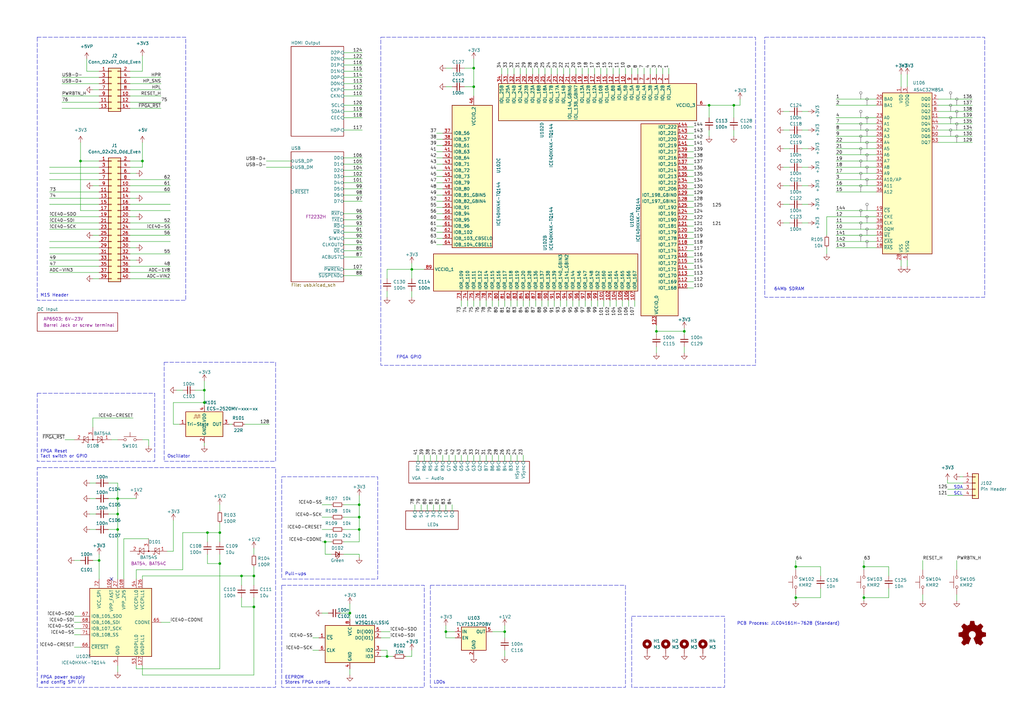
<source format=kicad_sch>
(kicad_sch (version 20230121) (generator eeschema)
  (paper "A3")
  (junction (at 194.31 35.56))
  (junction (at 147.32 217.17))
  (junction (at 147.32 207.01))
  (junction (at 354.33 245.11))
  (junction (at 83.82 160.02))
  (junction (at 269.24 135.89))
  (junction (at 48.26 217.17))
  (junction (at 290.83 43.18))
  (junction (at 85.09 218.44))
  (junction (at 48.26 210.82))
  (junction (at 90.17 231.14))
  (junction (at 147.32 212.09))
  (junction (at 194.31 27.94))
  (junction (at 158.75 269.24))
  (junction (at 90.17 218.44))
  (junction (at 182.88 259.08))
  (junction (at 168.91 110.49))
  (junction (at 133.35 222.25))
  (junction (at 83.82 165.1))
  (junction (at 99.06 236.22))
  (junction (at 326.39 232.41))
  (junction (at 143.51 251.46))
  (junction (at 280.67 135.89))
  (junction (at 207.01 259.08))
  (junction (at 354.33 232.41))
  (junction (at 300.99 43.18))
  (junction (at 104.14 248.92))
  (junction (at 58.42 66.04))
  (junction (at 104.14 236.22))
  (junction (at 33.02 66.04))
  (junction (at 40.64 229.87))
  (junction (at 326.39 245.11))
  (junction (at 48.26 204.47))
  (no_connect (at 45.72 237.49))
  (wire (pts (xy 209.55 186.69) (xy 209.55 189.23)))
  (wire (pts (xy 39.37 210.82) (xy 36.83 210.82)))
  (wire (pts (xy 55.88 204.47) (xy 48.26 204.47)))
  (wire (pts (xy 233.68 27.94) (xy 233.68 30.48)))
  (wire (pts (xy 39.37 217.17) (xy 36.83 217.17)))
  (wire (pts (xy 140.97 72.39) (xy 148.59 72.39)))
  (wire (pts (xy 328.93 68.58) (xy 331.47 68.58)))
  (wire (pts (xy 140.97 74.93) (xy 148.59 74.93)))
  (wire (pts (xy 20.32 68.58) (xy 40.64 68.58)))
  (wire (pts (xy 132.08 222.25) (xy 133.35 222.25)))
  (wire (pts (xy 20.32 104.14) (xy 40.64 104.14)))
  (wire (pts (xy 342.9 68.58) (xy 359.41 68.58)))
  (wire (pts (xy 30.48 252.73) (xy 33.02 252.73)))
  (wire (pts (xy 204.47 125.73) (xy 204.47 123.19)))
  (wire (pts (xy 33.02 66.04) (xy 40.64 66.04)))
  (wire (pts (xy 354.33 245.11) (xy 354.33 246.38)))
  (wire (pts (xy 156.21 261.62) (xy 160.02 261.62)))
  (wire (pts (xy 140.97 80.01) (xy 148.59 80.01)))
  (wire (pts (xy 342.9 76.2) (xy 359.41 76.2)))
  (wire (pts (xy 261.62 27.94) (xy 261.62 30.48)))
  (wire (pts (xy 342.9 63.5) (xy 359.41 63.5)))
  (wire (pts (xy 185.42 207.01) (xy 185.42 209.55)))
  (wire (pts (xy 140.97 217.17) (xy 147.32 217.17)))
  (wire (pts (xy 284.48 118.11) (xy 281.94 118.11)))
  (wire (pts (xy 40.64 229.87) (xy 40.64 237.49)))
  (wire (pts (xy 132.08 217.17) (xy 135.89 217.17)))
  (wire (pts (xy 339.09 88.9) (xy 359.41 88.9)))
  (wire (pts (xy 74.93 160.02) (xy 72.39 160.02)))
  (wire (pts (xy 69.85 93.98) (xy 53.34 93.98)))
  (wire (pts (xy 384.81 50.8) (xy 398.78 50.8)))
  (wire (pts (xy 166.37 269.24) (xy 168.91 269.24)))
  (wire (pts (xy 48.26 237.49) (xy 48.26 217.17)))
  (wire (pts (xy 323.85 45.72) (xy 321.31 45.72)))
  (wire (pts (xy 186.69 186.69) (xy 186.69 189.23)))
  (wire (pts (xy 194.31 125.73) (xy 194.31 123.19)))
  (wire (pts (xy 388.62 198.12) (xy 394.97 198.12)))
  (wire (pts (xy 53.34 101.6) (xy 55.88 101.6)))
  (wire (pts (xy 194.31 35.56) (xy 194.31 39.37)))
  (wire (pts (xy 140.97 87.63) (xy 148.59 87.63)))
  (wire (pts (xy 269.24 27.94) (xy 269.24 30.48)))
  (wire (pts (xy 179.07 67.31) (xy 181.61 67.31)))
  (wire (pts (xy 182.88 259.08) (xy 186.69 259.08)))
  (wire (pts (xy 207.01 125.73) (xy 207.01 123.19)))
  (wire (pts (xy 53.34 111.76) (xy 69.85 111.76)))
  (wire (pts (xy 48.26 204.47) (xy 44.45 204.47)))
  (wire (pts (xy 168.91 266.7) (xy 168.91 269.24)))
  (wire (pts (xy 53.34 41.91) (xy 66.04 41.91)))
  (wire (pts (xy 342.9 40.64) (xy 359.41 40.64)))
  (wire (pts (xy 284.48 77.47) (xy 281.94 77.47)))
  (wire (pts (xy 168.91 107.95) (xy 168.91 110.49)))
  (wire (pts (xy 71.12 165.1) (xy 83.82 165.1)))
  (wire (pts (xy 342.9 66.04) (xy 359.41 66.04)))
  (wire (pts (xy 30.48 257.81) (xy 33.02 257.81)))
  (wire (pts (xy 179.07 95.25) (xy 181.61 95.25)))
  (wire (pts (xy 58.42 66.04) (xy 58.42 68.58)))
  (wire (pts (xy 372.11 106.68) (xy 372.11 109.22)))
  (wire (pts (xy 184.15 186.69) (xy 184.15 189.23)))
  (wire (pts (xy 284.48 57.15) (xy 281.94 57.15)))
  (wire (pts (xy 208.28 27.94) (xy 208.28 30.48)))
  (wire (pts (xy 170.18 207.01) (xy 170.18 209.55)))
  (wire (pts (xy 222.25 125.73) (xy 222.25 123.19)))
  (wire (pts (xy 339.09 101.6) (xy 339.09 104.14)))
  (wire (pts (xy 323.85 76.2) (xy 321.31 76.2)))
  (wire (pts (xy 73.66 173.99) (xy 71.12 173.99)))
  (wire (pts (xy 229.87 125.73) (xy 229.87 123.19)))
  (wire (pts (xy 68.58 226.06) (xy 71.12 226.06)))
  (wire (pts (xy 38.1 171.45) (xy 38.1 175.26)))
  (wire (pts (xy 25.4 39.37) (xy 40.64 39.37)))
  (wire (pts (xy 269.24 135.89) (xy 280.67 135.89)))
  (wire (pts (xy 205.74 27.94) (xy 205.74 30.48)))
  (wire (pts (xy 179.07 62.23) (xy 181.61 62.23)))
  (wire (pts (xy 140.97 102.87) (xy 148.59 102.87)))
  (wire (pts (xy 53.34 44.45) (xy 66.04 44.45)))
  (wire (pts (xy 143.51 247.65) (xy 143.51 251.46)))
  (wire (pts (xy 104.14 232.41) (xy 104.14 236.22)))
  (wire (pts (xy 392.43 229.87) (xy 392.43 233.68)))
  (wire (pts (xy 179.07 100.33) (xy 181.61 100.33)))
  (wire (pts (xy 20.32 99.06) (xy 40.64 99.06)))
  (wire (pts (xy 179.07 72.39) (xy 181.61 72.39)))
  (wire (pts (xy 372.11 30.48) (xy 372.11 35.56)))
  (wire (pts (xy 328.93 76.2) (xy 331.47 76.2)))
  (wire (pts (xy 20.32 81.28) (xy 40.64 81.28)))
  (wire (pts (xy 66.04 39.37) (xy 53.34 39.37)))
  (wire (pts (xy 257.81 125.73) (xy 257.81 123.19)))
  (wire (pts (xy 156.21 259.08) (xy 160.02 259.08)))
  (wire (pts (xy 140.97 100.33) (xy 148.59 100.33)))
  (wire (pts (xy 53.34 114.3) (xy 69.85 114.3)))
  (wire (pts (xy 104.14 248.92) (xy 99.06 248.92)))
  (wire (pts (xy 242.57 125.73) (xy 242.57 123.19)))
  (wire (pts (xy 342.9 71.12) (xy 359.41 71.12)))
  (wire (pts (xy 209.55 125.73) (xy 209.55 123.19)))
  (wire (pts (xy 388.62 200.66) (xy 394.97 200.66)))
  (wire (pts (xy 364.49 232.41) (xy 354.33 232.41)))
  (wire (pts (xy 196.85 125.73) (xy 196.85 123.19)))
  (wire (pts (xy 99.06 236.22) (xy 104.14 236.22)))
  (wire (pts (xy 158.75 269.24) (xy 161.29 269.24)))
  (wire (pts (xy 264.16 27.94) (xy 264.16 30.48)))
  (wire (pts (xy 280.67 135.89) (xy 280.67 137.16)))
  (wire (pts (xy 214.63 186.69) (xy 214.63 189.23)))
  (wire (pts (xy 140.97 212.09) (xy 147.32 212.09)))
  (wire (pts (xy 38.1 96.52) (xy 40.64 96.52)))
  (wire (pts (xy 210.82 27.94) (xy 210.82 30.48)))
  (wire (pts (xy 35.56 24.13) (xy 35.56 29.21)))
  (wire (pts (xy 140.97 36.83) (xy 148.59 36.83)))
  (wire (pts (xy 354.33 229.87) (xy 354.33 232.41)))
  (wire (pts (xy 342.9 78.74) (xy 359.41 78.74)))
  (wire (pts (xy 140.97 21.59) (xy 148.59 21.59)))
  (wire (pts (xy 25.4 34.29) (xy 40.64 34.29)))
  (wire (pts (xy 66.04 255.27) (xy 69.85 255.27)))
  (wire (pts (xy 58.42 58.42) (xy 58.42 66.04)))
  (wire (pts (xy 168.91 110.49) (xy 168.91 114.3)))
  (wire (pts (xy 326.39 232.41) (xy 326.39 233.68)))
  (wire (pts (xy 168.91 119.38) (xy 168.91 121.92)))
  (wire (pts (xy 48.26 204.47) (xy 48.26 210.82)))
  (wire (pts (xy 175.26 207.01) (xy 175.26 209.55)))
  (wire (pts (xy 185.42 35.56) (xy 182.88 35.56)))
  (wire (pts (xy 364.49 245.11) (xy 354.33 245.11)))
  (wire (pts (xy 234.95 125.73) (xy 234.95 123.19)))
  (wire (pts (xy 328.93 91.44) (xy 331.47 91.44)))
  (wire (pts (xy 33.02 58.42) (xy 33.02 66.04)))
  (wire (pts (xy 191.77 125.73) (xy 191.77 123.19)))
  (wire (pts (xy 274.32 27.94) (xy 274.32 30.48)))
  (wire (pts (xy 140.97 69.85) (xy 148.59 69.85)))
  (wire (pts (xy 191.77 186.69) (xy 191.77 189.23)))
  (wire (pts (xy 336.55 232.41) (xy 326.39 232.41)))
  (wire (pts (xy 388.62 203.2) (xy 394.97 203.2)))
  (wire (pts (xy 284.48 115.57) (xy 281.94 115.57)))
  (wire (pts (xy 179.07 85.09) (xy 181.61 85.09)))
  (wire (pts (xy 53.34 78.74) (xy 69.85 78.74)))
  (wire (pts (xy 328.93 45.72) (xy 331.47 45.72)))
  (wire (pts (xy 342.9 53.34) (xy 359.41 53.34)))
  (wire (pts (xy 227.33 125.73) (xy 227.33 123.19)))
  (wire (pts (xy 388.62 198.12) (xy 388.62 196.85)))
  (wire (pts (xy 284.48 72.39) (xy 281.94 72.39)))
  (wire (pts (xy 90.17 207.01) (xy 90.17 209.55)))
  (wire (pts (xy 342.9 60.96) (xy 359.41 60.96)))
  (wire (pts (xy 20.32 101.6) (xy 40.64 101.6)))
  (wire (pts (xy 194.31 27.94) (xy 190.5 27.94)))
  (wire (pts (xy 284.48 74.93) (xy 281.94 74.93)))
  (wire (pts (xy 173.99 186.69) (xy 173.99 189.23)))
  (wire (pts (xy 66.04 34.29) (xy 53.34 34.29)))
  (wire (pts (xy 300.99 43.18) (xy 300.99 48.26)))
  (wire (pts (xy 53.34 83.82) (xy 69.85 83.82)))
  (wire (pts (xy 323.85 60.96) (xy 321.31 60.96)))
  (wire (pts (xy 326.39 245.11) (xy 326.39 246.38)))
  (wire (pts (xy 53.34 106.68) (xy 55.88 106.68)))
  (wire (pts (xy 207.01 186.69) (xy 207.01 189.23)))
  (wire (pts (xy 179.07 64.77) (xy 181.61 64.77)))
  (wire (pts (xy 140.97 39.37) (xy 148.59 39.37)))
  (wire (pts (xy 20.32 71.12) (xy 40.64 71.12)))
  (wire (pts (xy 132.08 207.01) (xy 135.89 207.01)))
  (wire (pts (xy 140.97 207.01) (xy 147.32 207.01)))
  (wire (pts (xy 48.26 217.17) (xy 44.45 217.17)))
  (wire (pts (xy 266.7 27.94) (xy 266.7 30.48)))
  (wire (pts (xy 220.98 27.94) (xy 220.98 30.48)))
  (wire (pts (xy 254 27.94) (xy 254 30.48)))
  (wire (pts (xy 323.85 53.34) (xy 321.31 53.34)))
  (wire (pts (xy 179.07 97.79) (xy 181.61 97.79)))
  (wire (pts (xy 284.48 80.01) (xy 281.94 80.01)))
  (wire (pts (xy 269.24 142.24) (xy 269.24 144.78)))
  (wire (pts (xy 30.48 255.27) (xy 33.02 255.27)))
  (wire (pts (xy 189.23 186.69) (xy 189.23 189.23)))
  (wire (pts (xy 20.32 88.9) (xy 40.64 88.9)))
  (wire (pts (xy 259.08 27.94) (xy 259.08 30.48)))
  (wire (pts (xy 30.48 265.43) (xy 33.02 265.43)))
  (wire (pts (xy 53.34 104.14) (xy 69.85 104.14)))
  (wire (pts (xy 140.97 34.29) (xy 148.59 34.29)))
  (wire (pts (xy 53.34 91.44) (xy 69.85 91.44)))
  (wire (pts (xy 207.01 259.08) (xy 207.01 261.62)))
  (wire (pts (xy 25.4 41.91) (xy 40.64 41.91)))
  (wire (pts (xy 246.38 27.94) (xy 246.38 30.48)))
  (wire (pts (xy 284.48 95.25) (xy 281.94 95.25)))
  (wire (pts (xy 328.93 60.96) (xy 331.47 60.96)))
  (wire (pts (xy 58.42 68.58) (xy 53.34 68.58)))
  (wire (pts (xy 53.34 81.28) (xy 55.88 81.28)))
  (wire (pts (xy 74.93 218.44) (xy 85.09 218.44)))
  (wire (pts (xy 53.34 86.36) (xy 69.85 86.36)))
  (wire (pts (xy 140.97 90.17) (xy 148.59 90.17)))
  (wire (pts (xy 179.07 186.69) (xy 179.07 189.23)))
  (wire (pts (xy 147.32 222.25) (xy 147.32 217.17)))
  (wire (pts (xy 336.55 241.3) (xy 336.55 245.11)))
  (wire (pts (xy 128.27 266.7) (xy 130.81 266.7)))
  (wire (pts (xy 284.48 105.41) (xy 281.94 105.41)))
  (wire (pts (xy 48.26 198.12) (xy 48.26 204.47)))
  (wire (pts (xy 140.97 67.31) (xy 148.59 67.31)))
  (wire (pts (xy 83.82 165.1) (xy 83.82 166.37)))
  (wire (pts (xy 194.31 35.56) (xy 190.5 35.56)))
  (wire (pts (xy 269.24 137.16) (xy 269.24 135.89)))
  (wire (pts (xy 20.32 78.74) (xy 40.64 78.74)))
  (wire (pts (xy 214.63 125.73) (xy 214.63 123.19)))
  (wire (pts (xy 48.26 210.82) (xy 48.26 217.17)))
  (wire (pts (xy 224.79 125.73) (xy 224.79 123.19)))
  (wire (pts (xy 176.53 186.69) (xy 176.53 189.23)))
  (wire (pts (xy 215.9 27.94) (xy 215.9 30.48)))
  (wire (pts (xy 303.53 43.18) (xy 303.53 40.64)))
  (wire (pts (xy 53.34 88.9) (xy 55.88 88.9)))
  (wire (pts (xy 269.24 135.89) (xy 269.24 133.35)))
  (wire (pts (xy 342.9 99.06) (xy 359.41 99.06)))
  (wire (pts (xy 158.75 110.49) (xy 168.91 110.49)))
  (wire (pts (xy 336.55 245.11) (xy 326.39 245.11)))
  (wire (pts (xy 240.03 125.73) (xy 240.03 123.19)))
  (wire (pts (xy 284.48 90.17) (xy 281.94 90.17)))
  (wire (pts (xy 342.9 91.44) (xy 359.41 91.44)))
  (wire (pts (xy 40.64 229.87) (xy 38.1 229.87)))
  (wire (pts (xy 179.07 77.47) (xy 181.61 77.47)))
  (wire (pts (xy 20.32 73.66) (xy 40.64 73.66)))
  (wire (pts (xy 104.14 245.11) (xy 104.14 248.92)))
  (wire (pts (xy 58.42 276.86) (xy 104.14 276.86)))
  (wire (pts (xy 55.88 273.05) (xy 55.88 274.32)))
  (wire (pts (xy 140.97 24.13) (xy 148.59 24.13)))
  (wire (pts (xy 38.1 114.3) (xy 40.64 114.3)))
  (wire (pts (xy 284.48 82.55) (xy 281.94 82.55)))
  (wire (pts (xy 100.33 173.99) (xy 110.49 173.99)))
  (wire (pts (xy 45.72 180.34) (xy 48.26 180.34)))
  (wire (pts (xy 140.97 110.49) (xy 148.59 110.49)))
  (wire (pts (xy 158.75 266.7) (xy 158.75 269.24)))
  (wire (pts (xy 132.08 212.09) (xy 135.89 212.09)))
  (wire (pts (xy 199.39 186.69) (xy 199.39 189.23)))
  (wire (pts (xy 284.48 62.23) (xy 281.94 62.23)))
  (wire (pts (xy 140.97 97.79) (xy 148.59 97.79)))
  (wire (pts (xy 179.07 90.17) (xy 181.61 90.17)))
  (wire (pts (xy 140.97 92.71) (xy 148.59 92.71)))
  (wire (pts (xy 179.07 87.63) (xy 181.61 87.63)))
  (wire (pts (xy 384.81 58.42) (xy 398.78 58.42)))
  (wire (pts (xy 39.37 198.12) (xy 36.83 198.12)))
  (wire (pts (xy 323.85 91.44) (xy 321.31 91.44)))
  (wire (pts (xy 140.97 222.25) (xy 147.32 222.25)))
  (wire (pts (xy 53.34 109.22) (xy 69.85 109.22)))
  (wire (pts (xy 284.48 97.79) (xy 281.94 97.79)))
  (wire (pts (xy 38.1 76.2) (xy 40.64 76.2)))
  (wire (pts (xy 290.83 53.34) (xy 290.83 55.88)))
  (wire (pts (xy 290.83 43.18) (xy 290.83 48.26)))
  (wire (pts (xy 104.14 236.22) (xy 104.14 240.03)))
  (wire (pts (xy 284.48 54.61) (xy 281.94 54.61)))
  (wire (pts (xy 342.9 50.8) (xy 359.41 50.8)))
  (wire (pts (xy 90.17 214.63) (xy 90.17 218.44)))
  (wire (pts (xy 247.65 125.73) (xy 247.65 123.19)))
  (wire (pts (xy 212.09 125.73) (xy 212.09 123.19)))
  (wire (pts (xy 271.78 27.94) (xy 271.78 30.48)))
  (wire (pts (xy 140.97 26.67) (xy 148.59 26.67)))
  (wire (pts (xy 140.97 29.21) (xy 148.59 29.21)))
  (wire (pts (xy 342.9 55.88) (xy 359.41 55.88)))
  (wire (pts (xy 250.19 125.73) (xy 250.19 123.19)))
  (wire (pts (xy 364.49 241.3) (xy 364.49 245.11)))
  (wire (pts (xy 80.01 160.02) (xy 83.82 160.02)))
  (wire (pts (xy 140.97 227.33) (xy 147.32 227.33)))
  (wire (pts (xy 223.52 27.94) (xy 223.52 30.48)))
  (wire (pts (xy 201.93 259.08) (xy 207.01 259.08)))
  (wire (pts (xy 236.22 27.94) (xy 236.22 30.48)))
  (wire (pts (xy 25.4 31.75) (xy 40.64 31.75)))
  (wire (pts (xy 284.48 87.63) (xy 281.94 87.63)))
  (wire (pts (xy 181.61 186.69) (xy 181.61 189.23)))
  (wire (pts (xy 339.09 88.9) (xy 339.09 96.52)))
  (wire (pts (xy 342.9 43.18) (xy 359.41 43.18)))
  (wire (pts (xy 326.39 243.84) (xy 326.39 245.11)))
  (wire (pts (xy 33.02 86.36) (xy 33.02 66.04)))
  (wire (pts (xy 140.97 64.77) (xy 148.59 64.77)))
  (wire (pts (xy 284.48 110.49) (xy 281.94 110.49)))
  (wire (pts (xy 58.42 236.22) (xy 99.06 236.22)))
  (wire (pts (xy 53.34 71.12) (xy 55.88 71.12)))
  (wire (pts (xy 168.91 110.49) (xy 173.99 110.49)))
  (wire (pts (xy 342.9 86.36) (xy 359.41 86.36)))
  (wire (pts (xy 171.45 186.69) (xy 171.45 189.23)))
  (wire (pts (xy 255.27 125.73) (xy 255.27 123.19)))
  (wire (pts (xy 58.42 273.05) (xy 58.42 276.86)))
  (wire (pts (xy 53.34 96.52) (xy 69.85 96.52)))
  (wire (pts (xy 179.07 80.01) (xy 181.61 80.01)))
  (wire (pts (xy 364.49 236.22) (xy 364.49 232.41)))
  (wire (pts (xy 140.97 95.25) (xy 148.59 95.25)))
  (wire (pts (xy 38.1 171.45) (xy 54.61 171.45)))
  (wire (pts (xy 207.01 266.7) (xy 207.01 269.24)))
  (wire (pts (xy 284.48 64.77) (xy 281.94 64.77)))
  (wire (pts (xy 196.85 186.69) (xy 196.85 189.23)))
  (wire (pts (xy 53.34 73.66) (xy 69.85 73.66)))
  (wire (pts (xy 284.48 59.69) (xy 281.94 59.69)))
  (wire (pts (xy 90.17 231.14) (xy 90.17 274.32)))
  (wire (pts (xy 71.12 213.36) (xy 71.12 226.06)))
  (wire (pts (xy 384.81 53.34) (xy 398.78 53.34)))
  (wire (pts (xy 147.32 217.17) (xy 147.32 212.09)))
  (wire (pts (xy 237.49 125.73) (xy 237.49 123.19)))
  (wire (pts (xy 252.73 125.73) (xy 252.73 123.19)))
  (wire (pts (xy 201.93 186.69) (xy 201.93 189.23)))
  (wire (pts (xy 201.93 125.73) (xy 201.93 123.19)))
  (wire (pts (xy 133.35 227.33) (xy 133.35 222.25)))
  (wire (pts (xy 342.9 101.6) (xy 359.41 101.6)))
  (wire (pts (xy 378.46 229.87) (xy 378.46 233.68)))
  (wire (pts (xy 53.34 76.2) (xy 69.85 76.2)))
  (wire (pts (xy 328.93 83.82) (xy 331.47 83.82)))
  (wire (pts (xy 179.07 54.61) (xy 181.61 54.61)))
  (wire (pts (xy 139.7 251.46) (xy 143.51 251.46)))
  (wire (pts (xy 50.8 220.98) (xy 50.8 237.49)))
  (wire (pts (xy 140.97 43.18) (xy 148.59 43.18)))
  (wire (pts (xy 99.06 236.22) (xy 99.06 240.03)))
  (wire (pts (xy 226.06 27.94) (xy 226.06 30.48)))
  (wire (pts (xy 71.12 173.99) (xy 71.12 165.1)))
  (wire (pts (xy 182.88 261.62) (xy 182.88 259.08)))
  (wire (pts (xy 284.48 100.33) (xy 281.94 100.33)))
  (wire (pts (xy 378.46 243.84) (xy 378.46 246.38)))
  (wire (pts (xy 39.37 204.47) (xy 36.83 204.47)))
  (wire (pts (xy 186.69 261.62) (xy 182.88 261.62)))
  (wire (pts (xy 109.22 68.58) (xy 119.38 68.58)))
  (wire (pts (xy 147.32 203.2) (xy 147.32 207.01)))
  (wire (pts (xy 231.14 27.94) (xy 231.14 30.48)))
  (wire (pts (xy 85.09 218.44) (xy 85.09 222.25)))
  (wire (pts (xy 218.44 27.94) (xy 218.44 30.48)))
  (wire (pts (xy 384.81 40.64) (xy 398.78 40.64)))
  (wire (pts (xy 60.96 180.34) (xy 60.96 182.88)))
  (wire (pts (xy 158.75 119.38) (xy 158.75 121.92)))
  (wire (pts (xy 48.26 273.05) (xy 48.26 275.59)))
  (wire (pts (xy 133.35 222.25) (xy 135.89 222.25)))
  (wire (pts (xy 179.07 92.71) (xy 181.61 92.71)))
  (wire (pts (xy 20.32 111.76) (xy 40.64 111.76)))
  (wire (pts (xy 323.85 68.58) (xy 321.31 68.58)))
  (wire (pts (xy 185.42 27.94) (xy 182.88 27.94)))
  (wire (pts (xy 40.64 227.33) (xy 40.64 229.87)))
  (wire (pts (xy 83.82 156.21) (xy 83.82 160.02)))
  (wire (pts (xy 228.6 27.94) (xy 228.6 30.48)))
  (wire (pts (xy 342.9 58.42) (xy 359.41 58.42)))
  (wire (pts (xy 140.97 53.34) (xy 148.59 53.34)))
  (wire (pts (xy 40.64 86.36) (xy 33.02 86.36)))
  (wire (pts (xy 135.89 227.33) (xy 133.35 227.33)))
  (wire (pts (xy 99.06 245.11) (xy 99.06 248.92)))
  (wire (pts (xy 180.34 207.01) (xy 180.34 209.55)))
  (wire (pts (xy 182.88 207.01) (xy 182.88 209.55)))
  (wire (pts (xy 179.07 57.15) (xy 181.61 57.15)))
  (wire (pts (xy 177.8 207.01) (xy 177.8 209.55)))
  (wire (pts (xy 284.48 52.07) (xy 281.94 52.07)))
  (wire (pts (xy 284.48 85.09) (xy 281.94 85.09)))
  (wire (pts (xy 172.72 207.01) (xy 172.72 209.55)))
  (wire (pts (xy 20.32 106.68) (xy 40.64 106.68)))
  (wire (pts (xy 25.4 44.45) (xy 40.64 44.45)))
  (wire (pts (xy 300.99 43.18) (xy 303.53 43.18)))
  (wire (pts (xy 204.47 186.69) (xy 204.47 189.23)))
  (wire (pts (xy 290.83 43.18) (xy 300.99 43.18)))
  (wire (pts (xy 232.41 125.73) (xy 232.41 123.19)))
  (wire (pts (xy 238.76 27.94) (xy 238.76 30.48)))
  (wire (pts (xy 140.97 105.41) (xy 148.59 105.41)))
  (wire (pts (xy 194.31 24.13) (xy 194.31 27.94)))
  (wire (pts (xy 74.93 233.68) (xy 55.88 233.68)))
  (wire (pts (xy 156.21 266.7) (xy 158.75 266.7)))
  (wire (pts (xy 140.97 48.26) (xy 148.59 48.26)))
  (wire (pts (xy 158.75 110.49) (xy 158.75 114.3)))
  (wire (pts (xy 140.97 45.72) (xy 148.59 45.72)))
  (wire (pts (xy 66.04 36.83) (xy 53.34 36.83)))
  (wire (pts (xy 284.48 69.85) (xy 281.94 69.85)))
  (wire (pts (xy 392.43 243.84) (xy 392.43 246.38)))
  (wire (pts (xy 189.23 125.73) (xy 189.23 123.19)))
  (wire (pts (xy 20.32 91.44) (xy 40.64 91.44)))
  (wire (pts (xy 83.82 181.61) (xy 83.82 182.88)))
  (wire (pts (xy 179.07 69.85) (xy 181.61 69.85)))
  (wire (pts (xy 104.14 224.79) (xy 104.14 227.33)))
  (wire (pts (xy 384.81 45.72) (xy 398.78 45.72)))
  (wire (pts (xy 342.9 48.26) (xy 359.41 48.26)))
  (wire (pts (xy 323.85 83.82) (xy 321.31 83.82)))
  (wire (pts (xy 66.04 31.75) (xy 53.34 31.75)))
  (wire (pts (xy 369.57 106.68) (xy 369.57 109.22)))
  (wire (pts (xy 248.92 27.94) (xy 248.92 30.48)))
  (wire (pts (xy 241.3 27.94) (xy 241.3 30.48)))
  (wire (pts (xy 284.48 107.95) (xy 281.94 107.95)))
  (wire (pts (xy 284.48 113.03) (xy 281.94 113.03)))
  (wire (pts (xy 104.14 248.92) (xy 104.14 276.86)))
  (wire (pts (xy 342.9 73.66) (xy 359.41 73.66)))
  (wire (pts (xy 140.97 113.03) (xy 148.59 113.03)))
  (wire (pts (xy 284.48 67.31) (xy 281.94 67.31)))
  (wire (pts (xy 182.88 259.08) (xy 182.88 256.54)))
  (wire (pts (xy 140.97 77.47) (xy 148.59 77.47)))
  (wire (pts (xy 147.32 212.09) (xy 147.32 207.01)))
  (wire (pts (xy 53.34 29.21) (xy 58.42 29.21)))
  (wire (pts (xy 326.39 229.87) (xy 326.39 232.41)))
  (wire (pts (xy 256.54 27.94) (xy 256.54 30.48)))
  (wire (pts (xy 109.22 66.04) (xy 119.38 66.04)))
  (wire (pts (xy 156.21 269.24) (xy 158.75 269.24)))
  (wire (pts (xy 85.09 218.44) (xy 90.17 218.44)))
  (wire (pts (xy 245.11 125.73) (xy 245.11 123.19)))
  (wire (pts (xy 53.34 66.04) (xy 58.42 66.04)))
  (wire (pts (xy 213.36 27.94) (xy 213.36 30.48)))
  (wire (pts (xy 140.97 82.55) (xy 148.59 82.55)))
  (wire (pts (xy 20.32 83.82) (xy 40.64 83.82)))
  (wire (pts (xy 58.42 236.22) (xy 58.42 237.49)))
  (wire (pts (xy 33.02 229.87) (xy 30.48 229.87)))
  (wire (pts (xy 20.32 109.22) (xy 40.64 109.22)))
  (wire (pts (xy 128.27 261.62) (xy 130.81 261.62)))
  (wire (pts (xy 280.67 142.24) (xy 280.67 144.78)))
  (wire (pts (xy 60.96 220.98) (xy 50.8 220.98)))
  (wire (pts (xy 85.09 231.14) (xy 90.17 231.14)))
  (wire (pts (xy 384.81 43.18) (xy 398.78 43.18)))
  (wire (pts (xy 328.93 53.34) (xy 331.47 53.34)))
  (wire (pts (xy 147.32 227.33) (xy 147.32 228.6)))
  (wire (pts (xy 20.32 93.98) (xy 40.64 93.98)))
  (wire (pts (xy 251.46 27.94) (xy 251.46 30.48)))
  (wire (pts (xy 179.07 82.55) (xy 181.61 82.55)))
  (wire (pts (xy 90.17 227.33) (xy 90.17 231.14)))
  (wire (pts (xy 369.57 30.48) (xy 369.57 35.56)))
  (wire (pts (xy 384.81 55.88) (xy 398.78 55.88)))
  (wire (pts (xy 143.51 274.32) (xy 143.51 276.86)))
  (wire (pts (xy 58.42 180.34) (xy 60.96 180.34)))
  (wire (pts (xy 393.7 195.58) (xy 394.97 195.58)))
  (wire (pts (xy 300.99 53.34) (xy 300.99 55.88)))
  (wire (pts (xy 384.81 48.26) (xy 398.78 48.26)))
  (wire (pts (xy 342.9 96.52) (xy 359.41 96.52)))
  (wire (pts (xy 342.9 93.98) (xy 359.41 93.98)))
  (wire (pts (xy 260.35 125.73) (xy 260.35 123.19)))
  (wire (pts (xy 55.88 274.32) (xy 90.17 274.32)))
  (wire (pts (xy 30.48 260.35) (xy 33.02 260.35)))
  (wire (pts (xy 207.01 256.54) (xy 207.01 259.08)))
  (wire (pts (xy 217.17 125.73) (xy 217.17 123.19)))
  (wire (pts (xy 93.98 173.99) (xy 95.25 173.99)))
  (wire (pts (xy 199.39 125.73) (xy 199.39 123.19)))
  (wire (pts (xy 35.56 29.21) (xy 40.64 29.21)))
  (wire (pts (xy 55.88 237.49) (xy 55.88 233.68)))
  (wire (pts (xy 289.56 43.18) (xy 290.83 43.18)))
  (wire (pts (xy 179.07 59.69) (xy 181.61 59.69)))
  (wire (pts (xy 134.62 251.46) (xy 132.08 251.46)))
  (wire (pts (xy 74.93 218.44) (xy 74.93 233.68)))
  (wire (pts (xy 212.09 186.69) (xy 212.09 189.23)))
  (wire (pts (xy 284.48 92.71) (xy 281.94 92.71)))
  (wire (pts (xy 85.09 227.33) (xy 85.09 231.14)))
  (wire (pts (xy 194.31 27.94) (xy 194.31 35.56)))
  (wire (pts (xy 219.71 125.73) (xy 219.71 123.19)))
  (wire (pts (xy 140.97 31.75) (xy 148.59 31.75)))
  (wire (pts (xy 354.33 232.41) (xy 354.33 233.68)))
  (wire (pts (xy 280.67 134.62) (xy 280.67 135.89)))
  (wire (pts (xy 48.26 210.82) (xy 44.45 210.82)))
  (wire (pts (xy 336.55 236.22) (xy 336.55 232.41)))
  (wire (pts (xy 143.51 254) (xy 143.51 251.46)))
  (wire (pts (xy 354.33 243.84) (xy 354.33 245.11)))
  (wire (pts (xy 38.1 36.83) (xy 40.64 36.83)))
  (wire (pts (xy 284.48 102.87) (xy 281.94 102.87)))
  (wire (pts (xy 48.26 198.12) (xy 44.45 198.12)))
  (wire (pts (xy 90.17 218.44) (xy 90.17 222.25)))
  (wire (pts (xy 83.82 160.02) (xy 83.82 165.1)))
  (wire (pts (xy 179.07 74.93) (xy 181.61 74.93)))
  (wire (pts (xy 58.42 29.21) (xy 58.42 22.86)))
  (wire (pts (xy 194.31 186.69) (xy 194.31 189.23)))
  (wire (pts (xy 243.84 27.94) (xy 243.84 30.48)))
  (wire (pts (xy 26.67 180.34) (xy 30.48 180.34)))
  (wire (pts (xy 53.34 99.06) (xy 69.85 99.06)))
  (rectangle (start 15.24 191.77) (end 113.03 281.94) (stroke (width 0) (type dash)))
  (rectangle (start 259.08 252.73) (end 297.18 281.94) (stroke (width 0) (type dash)))
  (rectangle (start 67.31 148.59) (end 113.03 189.23) (stroke (width 0) (type dash)))
  (rectangle (start 115.57 195.58) (end 154.94 237.49) (stroke (width 0) (type dash)))
  (rectangle (start 176.53 240.03) (end 256.54 281.94) (stroke (width 0) (type dash)))
  (rectangle (start 15.24 161.29) (end 63.5 189.23) (stroke (width 0) (type dash)))
  (rectangle (start 115.57 240.03) (end 173.99 281.94) (stroke (width 0) (type dash)))
  (rectangle (start 313.69 15.24) (end 403.86 121.92) (stroke (width 0) (type dash)))
  (rectangle (start 156.21 15.24) (end 309.88 149.86) (stroke (width 0) (type dash)))
  (rectangle (start 15.24 15.24) (end 76.2 123.19) (stroke (width 0) (type dash)))
  (text "M1S Header" (at 16.51 121.92 0) (effects (font (size 1.27 1.27)) (justify left bottom)))
  (text "LDOs" (at 177.8 280.67 0) (effects (font (size 1.27 1.27)) (justify left bottom)))
  (text "SDA" (at 391.16 200.66 0) (effects (font (size 1.27 1.27)) (justify left bottom)))
  (text "FPGA Reset\nTact switch or GPIO" (at 16.51 187.96 0) (effects (font (size 1.27 1.27)) (justify left bottom)))
  (text "FPGA GPIO" (at 162.56 147.32 0) (effects (font (size 1.27 1.27)) (justify left bottom)))
  (text "SCL" (at 391.16 203.2 0) (effects (font (size 1.27 1.27)) (justify left bottom)))
  (text "PCB Process: JLC04161H-7628 (Standard)" (at 302.26 256.54 0) (effects (font (size 1.27 1.27)) (justify left bottom)))
  (text "FPGA power supply\nand config SPI I/F" (at 16.51 280.67 0) (effects (font (size 1.27 1.27)) (justify left bottom)))
  (text "64Mb SDRAM" (at 317.5 119.38 0) (effects (font (size 1.27 1.27)) (justify left bottom)))
  (text "Pull-ups" (at 116.84 236.22 0) (effects (font (size 1.27 1.27)) (justify left bottom)))
  (text "EEPROM\nStores FPGA config" (at 116.84 280.67 0) (effects (font (size 1.27 1.27)) (justify left bottom)))
  (text "Oscillator" (at 68.58 187.96 0) (effects (font (size 1.27 1.27)) (justify left bottom)))
  (label "97" (at 148.59 82.55 180))
  (label "130" (at 398.78 55.88 180))
  (label "55" (at 179.07 85.09 180))
  (label "128" (at 284.48 82.55 0))
  (label "4" (at 342.9 48.26 0))
  (label "52" (at 69.85 91.44 180))
  (label "38" (at 179.07 57.15 180))
  (label "98" (at 148.59 80.01 180))
  (label "64" (at 326.39 229.87 0))
  (label "~{FPGA_RST}" (at 26.67 180.34 180))
  (label "119" (at 284.48 97.79 0))
  (label "113" (at 284.48 113.03 0))
  (label "iCE40-SCK" (at 132.08 212.09 180))
  (label "90" (at 148.59 97.79 180))
  (label "39" (at 173.99 186.69 90))
  (label "11" (at 342.9 91.44 0))
  (label "16" (at 342.9 76.2 0))
  (label "141" (at 284.48 59.69 0))
  (label "31" (at 213.36 27.94 90))
  (label "87" (at 148.59 105.41 180))
  (label "61" (at 69.85 76.2 180))
  (label "RESET_H" (at 378.46 229.87 0))
  (label "118" (at 148.59 48.26 180))
  (label "83" (at 182.88 207.01 90))
  (label "USB-D-" (at 109.22 68.58 180))
  (label "33" (at 208.28 27.94 90))
  (label "52" (at 179.07 82.55 180))
  (label "48" (at 69.85 109.22 180))
  (label "PWRBTN_H" (at 25.4 39.37 0))
  (label "29" (at 201.93 186.69 90))
  (label "PWRBTN_H" (at 392.43 229.87 0))
  (label "135" (at 398.78 50.8 180))
  (label "RESET_H" (at 66.04 39.37 180))
  (label "44" (at 184.15 186.69 90))
  (label "81" (at 177.8 207.01 90))
  (label "45" (at 179.07 72.39 180))
  (label "76" (at 196.85 125.73 270))
  (label "ADC-VIN2" (at 69.85 114.3 180))
  (label "61" (at 179.07 92.71 180))
  (label "29" (at 215.9 27.94 90))
  (label "82" (at 209.55 125.73 270))
  (label "142" (at 284.48 57.15 0))
  (label "81" (at 207.01 125.73 270))
  (label "129" (at 398.78 58.42 180))
  (label "116" (at 284.48 105.41 0))
  (label "101" (at 148.59 74.93 180))
  (label "75" (at 194.31 125.73 270))
  (label "96" (at 148.59 87.63 180))
  (label "138" (at 398.78 45.72 180))
  (label "144" (at 284.48 52.07 0))
  (label "25" (at 223.52 27.94 90))
  (label "95" (at 148.59 90.17 180))
  (label "99" (at 245.11 125.73 270))
  (label "23" (at 228.6 27.94 90))
  (label "120" (at 148.59 43.18 180))
  (label "82" (at 180.34 207.01 90))
  (label "23" (at 214.63 186.69 90))
  (label "138" (at 284.48 64.77 0))
  (label "136" (at 284.48 69.85 0))
  (label "iCE40-CRESET" (at 54.61 171.45 180))
  (label "106" (at 148.59 64.77 180))
  (label "139" (at 398.78 48.26 180))
  (label "24" (at 212.09 186.69 90))
  (label "22" (at 231.14 27.94 90))
  (label "83" (at 212.09 125.73 270))
  (label "125" (at 292.1 85.09 0))
  (label "7" (at 264.16 27.94 90))
  (label "90" (at 224.79 125.73 270))
  (label "115" (at 148.59 29.21 180))
  (label "1" (at 274.32 27.94 90))
  (label "114" (at 148.59 31.75 180))
  (label "96" (at 237.49 125.73 270))
  (label "106" (at 257.81 125.73 270))
  (label "112" (at 148.59 36.83 180))
  (label "97" (at 240.03 125.73 270))
  (label "125" (at 284.48 85.09 0))
  (label "88" (at 148.59 113.03 180))
  (label "122" (at 284.48 90.17 0))
  (label "iCE40-SDO" (at 20.32 88.9 0))
  (label "43" (at 189.23 186.69 90))
  (label "19" (at 342.9 66.04 0))
  (label "136" (at 398.78 40.64 180))
  (label "28" (at 218.44 27.94 90))
  (label "105" (at 255.27 125.73 270))
  (label "41" (at 171.45 186.69 90))
  (label "28" (at 204.47 186.69 90))
  (label "47" (at 179.07 74.93 180))
  (label "4" (at 266.7 27.94 90))
  (label "iCE40-SDI" (at 20.32 91.44 0))
  (label "120" (at 284.48 95.25 0))
  (label "42" (at 179.07 64.77 180))
  (label "63" (at 354.33 229.87 0))
  (label "~{FPGA_RST}" (at 66.04 44.45 180))
  (label "32" (at 196.85 186.69 90))
  (label "110" (at 284.48 118.11 0))
  (label "15" (at 248.92 27.94 90))
  (label "24" (at 226.06 27.94 90))
  (label "ADC-1V8" (at 69.85 111.76 180))
  (label "iCE40-SCK" (at 30.48 257.81 180))
  (label "78" (at 170.18 207.01 90))
  (label "93" (at 229.87 125.73 270))
  (label "15" (at 342.9 78.74 0))
  (label "42" (at 186.69 186.69 90))
  (label "128" (at 110.49 173.99 180))
  (label "iCE40-CRESET" (at 132.08 217.17 180))
  (label "117" (at 284.48 102.87 0))
  (label "60" (at 179.07 90.17 180))
  (label "26" (at 220.98 27.94 90))
  (label "18" (at 241.3 27.94 90))
  (label "93" (at 148.59 92.71 180))
  (label "107" (at 260.35 125.73 270))
  (label "63" (at 179.07 97.79 180))
  (label "iCE40-SDO" (at 30.48 252.73 180))
  (label "124" (at 148.59 21.59 180))
  (label "21" (at 233.68 27.94 90))
  (label "91" (at 148.59 95.25 180))
  (label "USB-D+" (at 25.4 34.29 0))
  (label "139" (at 284.48 62.23 0))
  (label "137" (at 398.78 43.18 180))
  (label "12" (at 342.9 88.9 0))
  (label "142" (at 342.9 99.06 0))
  (label "3" (at 342.9 73.66 0))
  (label "43" (at 179.07 67.31 180))
  (label "iCE40-SDI" (at 160.02 261.62 0))
  (label "79" (at 172.72 207.01 90))
  (label "HPR" (at 66.04 31.75 180))
  (label "80" (at 204.47 125.73 270))
  (label "iCE40-SS" (at 128.27 261.62 180))
  (label "73" (at 20.32 78.74 0))
  (label "38" (at 176.53 186.69 90))
  (label "56" (at 69.85 96.52 180))
  (label "16" (at 246.38 27.94 90))
  (label "134" (at 284.48 74.93 0))
  (label "121" (at 292.1 92.71 0))
  (label "143" (at 284.48 54.61 0))
  (label "10" (at 342.9 93.98 0))
  (label "143" (at 342.9 101.6 0))
  (label "22" (at 342.9 58.42 0))
  (label "49" (at 20.32 106.68 0))
  (label "25" (at 209.55 186.69 90))
  (label "62" (at 179.07 95.25 180))
  (label "33" (at 194.31 186.69 90))
  (label "ADC-VIN3" (at 20.32 111.76 0))
  (label "104" (at 252.73 125.73 270))
  (label "18" (at 342.9 68.58 0))
  (label "84" (at 214.63 125.73 270))
  (label "99" (at 148.59 77.47 180))
  (label "17" (at 243.84 27.94 90))
  (label "112" (at 284.48 115.57 0))
  (label "74" (at 20.32 81.28 0))
  (label "134" (at 398.78 53.34 180))
  (label "74" (at 191.77 125.73 270))
  (label "85" (at 148.59 102.87 180))
  (label "101" (at 247.65 125.73 270))
  (label "114" (at 284.48 110.49 0))
  (label "20" (at 236.22 27.94 90))
  (label "2" (at 342.9 43.18 0))
  (label "11" (at 254 27.94 90))
  (label "73" (at 189.23 125.73 270))
  (label "113" (at 148.59 34.29 180))
  (label "144" (at 342.9 86.36 0))
  (label "115" (at 284.48 107.95 0))
  (label "105" (at 148.59 67.31 180))
  (label "75" (at 66.04 41.91 0))
  (label "129" (at 284.48 80.01 0))
  (label "137" (at 284.48 67.31 0))
  (label "7" (at 342.9 50.8 0))
  (label "26" (at 207.01 186.69 90))
  (label "USB-D+" (at 109.22 66.04 180))
  (label "iCE40-SCK" (at 128.27 266.7 180))
  (label "76" (at 25.4 41.91 0))
  (label "135" (at 284.48 72.39 0))
  (label "124" (at 284.48 87.63 0))
  (label "64" (at 179.07 100.33 180))
  (label "79" (at 201.93 125.73 270))
  (label "10" (at 256.54 27.94 90))
  (label "94" (at 232.41 125.73 270))
  (label "20" (at 342.9 63.5 0))
  (label "48" (at 179.07 77.47 180))
  (label "21" (at 342.9 60.96 0))
  (label "12" (at 251.46 27.94 90))
  (label "37" (at 179.07 54.61 180))
  (label "56" (at 179.07 87.63 180))
  (label "102" (at 148.59 72.39 180))
  (label "8" (at 342.9 53.34 0))
  (label "2" (at 271.78 27.94 90))
  (label "88" (at 222.25 125.73 270))
  (label "102" (at 250.19 125.73 270))
  (label "141" (at 342.9 96.52 0))
  (label "41" (at 179.07 62.23 180))
  (label "118" (at 284.48 100.33 0))
  (label "107" (at 148.59 110.49 180))
  (label "87" (at 219.71 125.73 270))
  (label "47" (at 20.32 109.22 0))
  (label "60" (at 69.85 78.74 180))
  (label "9" (at 342.9 55.88 0))
  (label "116" (at 148.59 26.67 180))
  (label "84" (at 185.42 207.01 90))
  (label "34" (at 191.77 186.69 90))
  (label "78" (at 199.39 125.73 270))
  (label "95" (at 234.95 125.73 270))
  (label "34" (at 205.74 27.94 90))
  (label "37" (at 179.07 186.69 90))
  (label "31" (at 199.39 186.69 90))
  (label "iCE40-CDONE" (at 69.85 255.27 0))
  (label "1" (at 342.9 40.64 0))
  (label "122" (at 148.59 24.13 180))
  (label "iCE40-SDO" (at 160.02 259.08 0))
  (label "125" (at 388.62 200.66 180))
  (label "45" (at 181.61 186.69 90))
  (label "HP_SNS" (at 66.04 34.29 180))
  (label "19" (at 238.76 27.94 90))
  (label "iCE40-SS" (at 132.08 207.01 180))
  (label "121" (at 388.62 203.2 180))
  (label "iCE40-SS" (at 69.85 93.98 180))
  (label "80" (at 175.26 207.01 90))
  (label "iCE40-CDONE" (at 132.08 222.25 180))
  (label "117" (at 148.59 53.34 180))
  (label "8" (at 261.62 27.94 90))
  (label "55" (at 69.85 104.14 180))
  (label "91" (at 227.33 125.73 270))
  (label "iCE40-SS" (at 30.48 260.35 180))
  (label "32" (at 210.82 27.94 90))
  (label "119" (at 148.59 45.72 180))
  (label "iCE40-SDI" (at 30.48 255.27 180))
  (label "62" (at 69.85 73.66 180))
  (label "98" (at 242.57 125.73 270))
  (label "121" (at 284.48 92.71 0))
  (label "49" (at 179.07 80.01 180))
  (label "USB-D-" (at 25.4 31.75 0))
  (label "39" (at 179.07 59.69 180))
  (label "110" (at 148.59 39.37 180))
  (label "iCE40-SCK" (at 20.32 93.98 0))
  (label "94" (at 148.59 100.33 180))
  (label "44" (at 179.07 69.85 180))
  (label "85" (at 217.17 125.73 270))
  (label "17" (at 342.9 71.12 0))
  (label "9" (at 259.08 27.94 90))
  (label "104" (at 148.59 69.85 180))
  (label "130" (at 284.48 77.47 0))
  (label "iCE40-CRESET" (at 30.48 265.43 180))
  (label "3" (at 269.24 27.94 90))
  (label "HPL" (at 66.04 36.83 180))
  (netclass_flag "" (length 2.54) (shape round) (at 353.06 73.66 0) (property "Netclass" "SDRAM" (effects hide)))
  (netclass_flag "" (length 2.54) (shape round) (at 353.06 63.5 0) (property "Netclass" "SDRAM" (effects hide)))
  (netclass_flag "" (length 2.54) (shape round) (at 355.6 50.8 0) (property "Netclass" "SDRAM" (effects hide)))
  (netclass_flag "" (length 2.54) (shape round) (at 355.6 71.12 0) (property "Netclass" "SDRAM" (effects hide)))
  (netclass_flag "" (length 2.54) (shape round) (at 355.6 43.18 0) (property "Netclass" "SDRAM" (effects hide)))
  (netclass_flag "" (length 2.54) (shape round) (at 392.43 58.42 0) (property "Netclass" "SDRAM" (effects hide)))
  (netclass_flag "" (length 2.54) (shape round) (at 353.06 88.9 0) (property "Netclass" "SDRAM" (effects hide)))
  (netclass_flag "" (length 2.54) (shape round) (at 353.06 40.64 0) (property "Netclass" "SDRAM" (effects hide)))
  (netclass_flag "" (length 2.54) (shape round) (at 353.06 68.58 0) (property "Netclass" "SDRAM" (effects hide)))
  (netclass_flag "" (length 2.54) (shape round) (at 355.6 86.36 0) (property "Netclass" "SDRAM" (effects hide)))
  (netclass_flag "" (length 2.54) (shape round) (at 389.89 45.72 0) (property "Netclass" "SDRAM" (effects hide)))
  (netclass_flag "" (length 2.54) (shape round) (at 355.6 101.6 0) (property "Netclass" "SDRAM" (effects hide)))
  (netclass_flag "" (length 2.54) (shape round) (at 353.06 99.06 0) (property "Netclass" "SDRAM" (effects hide)))
  (netclass_flag "" (length 2.54) (shape round) (at 353.06 93.98 0) (property "Netclass" "SDRAM" (effects hide)))
  (netclass_flag "" (length 2.54) (shape round) (at 355.6 96.52 0) (property "Netclass" "SDRAM" (effects hide)))
  (netclass_flag "" (length 2.54) (shape round) (at 389.89 50.8 0) (property "Netclass" "SDRAM" (effects hide)))
  (netclass_flag "" (length 2.54) (shape round) (at 392.43 48.26 0) (property "Netclass" "SDRAM" (effects hide)))
  (netclass_flag "" (length 2.54) (shape round) (at 353.06 48.26 0) (property "Netclass" "SDRAM" (effects hide)))
  (netclass_flag "" (length 2.54) (shape round) (at 389.89 40.64 0) (property "Netclass" "SDRAM" (effects hide)))
  (netclass_flag "" (length 2.54) (shape round) (at 355.6 66.04 0) (property "Netclass" "SDRAM" (effects hide)))
  (netclass_flag "" (length 2.54) (shape round) (at 353.06 53.34 0) (property "Netclass" "SDRAM" (effects hide)))
  (netclass_flag "" (length 2.54) (shape round) (at 355.6 60.96 0) (property "Netclass" "SDRAM" (effects hide)))
  (netclass_flag "" (length 2.54) (shape round) (at 389.89 55.88 0) (property "Netclass" "SDRAM" (effects hide)))
  (netclass_flag "" (length 2.54) (shape round) (at 355.6 55.88 0) (property "Netclass" "SDRAM" (effects hide)))
  (netclass_flag "" (length 2.54) (shape round) (at 353.06 78.74 0) (property "Netclass" "SDRAM" (effects hide)))
  (netclass_flag "" (length 2.54) (shape round) (at 353.06 58.42 0) (property "Netclass" "SDRAM" (effects hide)))
  (netclass_flag "" (length 2.54) (shape round) (at 392.43 43.18 0) (property "Netclass" "SDRAM" (effects hide)))
  (netclass_flag "" (length 2.54) (shape round) (at 355.6 76.2 0) (property "Netclass" "SDRAM" (effects hide)))
  (netclass_flag "" (length 2.54) (shape round) (at 392.43 53.34 0) (property "Netclass" "SDRAM" (effects hide)))
  (netclass_flag "" (length 2.54) (shape round) (at 355.6 91.44 0) (property "Netclass" "SDRAM" (effects hide)))
  (symbol (lib_id "power:GND") (at 392.43 246.38 0) (unit 1)
    (property "Reference" "#PWR0145" (effects hide))
    (property "Value" "GND" (effects hide))
  )
  (symbol (lib_id "power:GND") (at 38.1 114.3 270) (unit 1)
    (property "Reference" "#PWR0114" (effects hide))
    (property "Value" "GND" (effects hide))
  )
  (symbol (lib_id "power:GND") (at 339.09 104.14 0) (unit 1)
    (property "Reference" "#PWR0176" (effects hide))
    (property "Value" "GND" (effects hide))
  )
  (symbol (lib_id "power:GND") (at 265.43 267.97 0) (unit 1)
    (property "Reference" "#PWR0101" (effects hide))
    (property "Value" "GND" (effects hide))
  )
  (symbol (lib_id "power:GND") (at 369.57 109.22 0) (unit 1)
    (property "Reference" "#PWR0163" (effects hide))
    (property "Value" "GND" (effects hide))
  )
  (symbol (lib_id "Device:C_Small") (at 187.96 27.94 270) (mirror x) (unit 1)
    (property "Reference" "C127" (at 185.42 25.4 90) (effects (justify left)))
    (property "Value" "100n" (at 185.42 30.48 90) (effects (justify left)))
    (property "Footprint" "Capacitor_SMD:C_0603_1608Metric" (effects hide))
    (property "LCSC" "C14663" (effects hide))
  )
  (symbol (lib_id "power:GND") (at 36.83 204.47 270) (mirror x) (unit 1)
    (property "Reference" "#PWR0123" (effects hide))
    (property "Value" "GND" (effects hide))
  )
  (symbol (lib_id "power:+3.3V") (at 194.31 24.13 0) (unit 1)
    (property "Reference" "#PWR0154" (effects hide))
    (property "Value" "+3.3V" (at 194.31 20.574 0))
  )
  (symbol (lib_id "power:+3.3V") (at 331.47 76.2 270) (unit 1)
    (property "Reference" "#PWR0167" (effects hide))
    (property "Value" "+3.3V" (at 335.28 76.2 0))
  )
  (symbol (lib_id "Device:C_Small") (at 104.14 242.57 0) (unit 1)
    (property "Reference" "C111" (at 106.4641 241.7416 0) (effects (justify left)))
    (property "Value" "10u" (at 106.4641 244.2785 0) (effects (justify left)))
    (property "Footprint" "Capacitor_SMD:C_0603_1608Metric" (effects hide))
    (property "LCSC" "C96446" (effects hide))
  )
  (symbol (lib_id "power:GND") (at 321.31 68.58 270) (mirror x) (unit 1)
    (property "Reference" "#PWR0158" (effects hide))
    (property "Value" "GND" (effects hide))
  )
  (symbol (lib_id "power:+3.3V") (at 331.47 83.82 270) (unit 1)
    (property "Reference" "#PWR0170" (effects hide))
    (property "Value" "+3.3V" (at 335.28 83.82 0))
  )
  (symbol (lib_id "power:GND") (at 30.48 229.87 270) (unit 1)
    (property "Reference" "#PWR0106" (effects hide))
    (property "Value" "GND" (effects hide))
  )
  (symbol (lib_id "power:GND") (at 207.01 269.24 0) (unit 1)
    (property "Reference" "#PWR0190" (effects hide))
    (property "Value" "GND" (effects hide))
  )
  (symbol (lib_id "Device:C_Small") (at 85.09 224.79 0) (mirror y) (unit 1)
    (property "Reference" "C108" (at 82.7659 223.9616 0) (effects (justify left)))
    (property "Value" "100n" (at 82.7659 226.4985 0) (effects (justify left)))
    (property "Footprint" "Capacitor_SMD:C_0603_1608Metric" (effects hide))
    (property "LCSC" "C14663" (effects hide))
  )
  (symbol (lib_id "power:GND") (at 60.96 182.88 0) (unit 1)
    (property "Reference" "#PWR0155" (effects hide))
    (property "Value" "GND" (effects hide))
  )
  (symbol (lib_id "power:GND") (at 55.88 88.9 90) (unit 1)
    (property "Reference" "#PWR0117" (effects hide))
    (property "Value" "GND" (effects hide))
  )
  (symbol (lib_id "power:GND") (at 38.1 76.2 270) (unit 1)
    (property "Reference" "#PWR0113" (effects hide))
    (property "Value" "GND" (effects hide))
  )
  (symbol (lib_id "power:+3.3V") (at 331.47 68.58 270) (unit 1)
    (property "Reference" "#PWR0159" (effects hide))
    (property "Value" "+3.3V" (at 335.28 68.58 0))
  )
  (symbol (lib_id "Diode:BAT54A") (at 38.1 180.34 180) (unit 1)
    (property "Reference" "D108" (at 38.1 182.88 0))
    (property "Value" "BAT54A" (at 41.91 177.8 0))
    (property "Footprint" "Package_TO_SOT_SMD:SOT-23" (effects hide))
    (property "Datasheet" "http://www.diodes.com/_files/datasheets/ds11005.pdf" (effects hide))
  )
  (symbol (lib_id "power:GND") (at 182.88 27.94 270) (mirror x) (unit 1)
    (property "Reference" "#PWR0111" (effects hide))
    (property "Value" "GND" (effects hide))
  )
  (symbol (lib_id "power:GND") (at 300.99 55.88 0) (unit 1)
    (property "Reference" "#PWR0137" (effects hide))
    (property "Value" "GND" (effects hide))
  )
  (symbol (lib_id "power:GND") (at 326.39 246.38 0) (unit 1)
    (property "Reference" "#PWR0140" (effects hide))
    (property "Value" "GND" (effects hide))
  )
  (symbol (lib_id "Device:C_Small") (at 326.39 76.2 270) (unit 1)
    (property "Reference" "C121" (at 323.85 73.66 90) (effects (justify left)))
    (property "Value" "100n" (at 323.85 78.74 90) (effects (justify left)))
    (property "Footprint" "Capacitor_SMD:C_0603_1608Metric" (effects hide))
    (property "LCSC" "C14663" (effects hide))
  )
  (symbol (lib_id "Device:R_Small") (at 138.43 217.17 270) (unit 1)
    (property "Reference" "R109" (at 135.89 214.63 90))
    (property "Value" "10k" (at 142.24 214.63 90))
    (property "Footprint" "Resistor_SMD:R_0603_1608Metric" (effects hide))
    (property "LCSC" "C25804" (effects hide))
  )
  (symbol (lib_id "Connector_Generic:Conn_02x20_Odd_Even") (at 45.72 88.9 0) (unit 1)
    (property "Reference" "J1" (at 46.99 59.69 0))
    (property "Value" "Conn_02x20_Odd_Even" (at 46.99 62.23 0))
    (property "Footprint" "Connector_PinSocket_2.54mm:PinSocket_2x20_P2.54mm_Vertical" (effects hide))
  )
  (symbol (lib_id "Mechanical:MountingHole_Pad") (at 280.67 265.43 0) (unit 1)
    (property "Reference" "H3" (at 283.21 262.8899 0) (effects (justify left)))
    (property "Value" "M3" (at 283.21 265.4299 0) (effects (justify left)))
    (property "Footprint" "MountingHole:MountingHole_3.2mm_M3_DIN965_Pad" (effects hide))
  )
  (symbol (lib_id "power:GND") (at 378.46 246.38 0) (unit 1)
    (property "Reference" "#PWR0144" (effects hide))
    (property "Value" "GND" (effects hide))
  )
  (symbol (lib_id "Device:R_Small") (at 138.43 207.01 270) (unit 1)
    (property "Reference" "R107" (at 135.89 204.47 90))
    (property "Value" "10k" (at 142.24 204.47 90))
    (property "Footprint" "Resistor_SMD:R_0603_1608Metric" (effects hide))
    (property "LCSC" "C25804" (effects hide))
  )
  (symbol (lib_id "Mechanical:MountingHole_Pad") (at 288.29 265.43 0) (unit 1)
    (property "Reference" "H4" (at 290.83 262.8899 0) (effects (justify left)))
    (property "Value" "M3" (at 290.83 265.4299 0) (effects (justify left)))
    (property "Footprint" "MountingHole:MountingHole_3.2mm_M3_DIN965_Pad" (effects hide))
  )
  (symbol (lib_id "power:+3.3V") (at 168.91 107.95 0) (mirror y) (unit 1)
    (property "Reference" "#PWR0169" (effects hide))
    (property "Value" "+3.3V" (at 168.91 104.394 0))
  )
  (symbol (lib_id "FPGA_Lattice:ICE40HX4K-TQ144") (at 222.25 110.49 90) (unit 2)
    (property "Reference" "U102" (at 223.5231 102.87 0) (effects (justify left)))
    (property "Value" "ICE40HX4K-TQ144" (at 226.06 102.87 0) (effects (justify left)))
    (property "Footprint" "Package_QFP:TQFP-144_20x20mm_P0.5mm" (effects hide))
    (property "Datasheet" "http://www.latticesemi.com/Products/FPGAandCPLD/iCE40" (effects hide))
  )
  (symbol (lib_id "Switch:SW_Push") (at 378.46 238.76 90) (unit 1)
    (property "Reference" "SW104" (at 379.603 237.5479 90) (effects (justify right)))
    (property "Value" "KMR2" (at 379.603 239.9721 90) (effects (justify right)))
    (property "Footprint" "Button_Switch_SMD:SW_Push_1P1T_NO_CK_KMR2" (effects hide))
  )
  (symbol (lib_id "Device:R_Small") (at 90.17 212.09 180) (unit 1)
    (property "Reference" "R103" (at 91.6686 211.2553 0) (effects (justify right)))
    (property "Value" "100R" (at 91.6686 213.7922 0) (effects (justify right)))
    (property "Footprint" "Resistor_SMD:R_0603_1608Metric" (effects hide))
    (property "LCSC" "C22775" (effects hide))
  )
  (symbol (lib_id "power:GND") (at 182.88 35.56 270) (mirror x) (unit 1)
    (property "Reference" "#PWR0151" (effects hide))
    (property "Value" "GND" (effects hide))
  )
  (symbol (lib_id "Device:C_Small") (at 99.06 242.57 0) (mirror y) (unit 1)
    (property "Reference" "C110" (at 96.7359 241.7416 0) (effects (justify left)))
    (property "Value" "100n" (at 96.7359 244.2785 0) (effects (justify left)))
    (property "Footprint" "Capacitor_SMD:C_0603_1608Metric" (effects hide))
    (property "LCSC" "C14663" (effects hide))
  )
  (symbol (lib_id "Device:C_Small") (at 290.83 50.8 0) (unit 1)
    (property "Reference" "C113" (at 293.37 49.53 0) (effects (justify left)))
    (property "Value" "100n" (at 293.37 52.07 0) (effects (justify left)))
    (property "Footprint" "Capacitor_SMD:C_0603_1608Metric" (effects hide))
    (property "LCSC" "C14663" (effects hide))
  )
  (symbol (lib_id "power:GND") (at 147.32 228.6 0) (unit 1)
    (property "Reference" "#PWR0142" (effects hide))
    (property "Value" "GND" (effects hide))
  )
  (symbol (lib_id "power:GND") (at 143.51 276.86 0) (unit 1)
    (property "Reference" "#PWR0128" (effects hide))
    (property "Value" "GND" (effects hide))
  )
  (symbol (lib_id "power:GND") (at 38.1 36.83 270) (unit 1)
    (property "Reference" "#PWR0108" (effects hide))
    (property "Value" "GND" (effects hide))
  )
  (symbol (lib_id "Switch:SW_Push") (at 392.43 238.76 90) (unit 1)
    (property "Reference" "SW105" (at 393.573 237.5479 90) (effects (justify right)))
    (property "Value" "KMR2" (at 393.573 239.9721 90) (effects (justify right)))
    (property "Footprint" "Button_Switch_SMD:SW_Push_1P1T_NO_CK_KMR2" (effects hide))
  )
  (symbol (lib_id "Device:C_Small") (at 41.91 217.17 270) (mirror x) (unit 1)
    (property "Reference" "C107" (at 44.45 219.71 90) (effects (justify left)))
    (property "Value" "100n" (at 39.37 214.63 90) (effects (justify left)))
    (property "Footprint" "Capacitor_SMD:C_0603_1608Metric" (effects hide))
    (property "LCSC" "C14663" (effects hide))
  )
  (symbol (lib_id "Regulator_Linear:TLV71312PDBV") (at 194.31 261.62 0) (unit 1)
    (property "Reference" "U103" (at 194.31 253.4752 0))
    (property "Value" "TLV71312PDBV" (at 194.31 256.0121 0))
    (property "Footprint" "Package_TO_SOT_SMD:SOT-23-5" (effects hide))
    (property "Datasheet" "http://www.ti.com/lit/ds/symlink/tlv713p.pdf" (effects hide))
  )
  (symbol (lib_id "power:GND") (at 48.26 275.59 0) (unit 1)
    (property "Reference" "#PWR0131" (effects hide))
    (property "Value" "GND" (effects hide))
  )
  (symbol (lib_id "Device:C_Small") (at 90.17 224.79 0) (unit 1)
    (property "Reference" "C109" (at 92.4941 223.9616 0) (effects (justify left)))
    (property "Value" "10u" (at 92.4941 226.4985 0) (effects (justify left)))
    (property "Footprint" "Capacitor_SMD:C_0603_1608Metric" (effects hide))
    (property "LCSC" "C96446" (effects hide))
  )
  (symbol (lib_id "Device:C_Small") (at 336.55 238.76 0) (unit 1)
    (property "Reference" "C126" (at 338.8741 237.9316 0) (effects (justify left)))
    (property "Value" "10n" (at 338.8741 240.4685 0) (effects (justify left)))
    (property "Footprint" "Capacitor_SMD:C_0603_1608Metric" (effects hide))
    (property "LCSC" "C57112" (effects hide))
  )
  (symbol (lib_id "Device:LED_Small") (at 138.43 227.33 180) (unit 1)
    (property "Reference" "D102" (at 138.43 224.79 0))
    (property "Value" "Green" (at 138.43 229.87 0))
    (property "Footprint" "LED_SMD:LED_0603_1608Metric" (effects hide))
    (property "LCSC" "C72043" (effects hide))
  )
  (symbol (lib_id "Device:R_Small") (at 339.09 99.06 0) (mirror x) (unit 1)
    (property "Reference" "R105" (at 337.5914 98.2253 0) (effects (justify right)))
    (property "Value" "10k" (at 337.5914 100.7622 0) (effects (justify right)))
    (property "Footprint" "Resistor_SMD:R_0603_1608Metric" (effects hide))
    (property "LCSC" "C25804" (effects hide))
  )
  (symbol (lib_id "Device:R_Small") (at 163.83 269.24 270) (unit 1)
    (property "Reference" "R102" (at 163.83 264.8036 90))
    (property "Value" "10k" (at 163.83 267.3405 90))
    (property "Footprint" "Resistor_SMD:R_0603_1608Metric" (effects hide))
    (property "LCSC" "C25804" (effects hide))
  )
  (symbol (lib_id "power:GND") (at 321.31 83.82 270) (mirror x) (unit 1)
    (property "Reference" "#PWR0168" (effects hide))
    (property "Value" "GND" (effects hide))
  )
  (symbol (lib_id "power:GND") (at 38.1 96.52 270) (unit 1)
    (property "Reference" "#PWR0105" (effects hide))
    (property "Value" "GND" (effects hide))
  )
  (symbol (lib_id "Device:C_Small") (at 41.91 204.47 270) (mirror x) (unit 1)
    (property "Reference" "C105" (at 44.45 207.01 90) (effects (justify left)))
    (property "Value" "100n" (at 39.37 201.93 90) (effects (justify left)))
    (property "Footprint" "Capacitor_SMD:C_0603_1608Metric" (effects hide))
    (property "LCSC" "C14663" (effects hide))
  )
  (symbol (lib_id "Switch:SW_Push") (at 326.39 238.76 90) (unit 1)
    (property "Reference" "SW102" (at 327.533 237.5479 90) (effects (justify right)))
    (property "Value" "KMR2" (at 327.533 239.9721 90) (effects (justify right)))
    (property "Footprint" "Button_Switch_SMD:SW_Push_1P1T_NO_CK_KMR2" (effects hide))
  )
  (symbol (lib_id "power:+3.3V") (at 33.02 58.42 0) (unit 1)
    (property "Reference" "#PWR0110" (effects hide))
    (property "Value" "+3.3V" (at 33.02 53.34 0))
  )
  (symbol (lib_id "power:GND") (at 132.08 251.46 270) (unit 1)
    (property "Reference" "#PWR0120" (effects hide))
    (property "Value" "GND" (effects hide))
  )
  (symbol (lib_id "Device:R_Small") (at 97.79 173.99 270) (unit 1)
    (property "Reference" "R101" (at 97.79 171.45 90))
    (property "Value" "22R" (at 97.79 176.53 90))
    (property "Footprint" "Resistor_SMD:R_0603_1608Metric" (effects hide))
    (property "LCSC" "C23345" (effects hide))
  )
  (symbol (lib_id "Memory_RAM:AS4C4M16SA") (at 372.11 71.12 0) (unit 1)
    (property "Reference" "U106" (at 374.3041 33.9557 0) (effects (justify left)))
    (property "Value" "AS4C32M8SA" (at 374.65 36.83 0) (effects (justify left)))
    (property "Footprint" "Package_SO:TSOP-II-54_22.2x10.16mm_P0.8mm" (effects hide))
    (property "Datasheet" "https://www.mouser.pl/datasheet/2/12/AllianceMemory_256M_AS4C32M8SA-6TIN-7TCN_June2017v-1288453.pdf" (effects hide))
  )
  (symbol (lib_id "power:GND") (at 321.31 60.96 270) (mirror x) (unit 1)
    (property "Reference" "#PWR0149" (effects hide))
    (property "Value" "GND" (effects hide))
  )
  (symbol (lib_id "Device:C_Small") (at 168.91 116.84 0) (mirror y) (unit 1)
    (property "Reference" "C114" (at 176.53 115.57 0) (effects (justify left)))
    (property "Value" "100n" (at 176.53 118.11 0) (effects (justify left)))
    (property "Footprint" "Capacitor_SMD:C_0603_1608Metric" (effects hide))
    (property "LCSC" "C14663" (effects hide))
  )
  (symbol (lib_id "power:GND") (at 55.88 81.28 90) (unit 1)
    (property "Reference" "#PWR0116" (effects hide))
    (property "Value" "GND" (effects hide))
  )
  (symbol (lib_id "power:+5V") (at 58.42 58.42 0) (unit 1)
    (property "Reference" "#PWR0109" (effects hide))
    (property "Value" "+5V" (at 58.42 53.34 0))
  )
  (symbol (lib_id "power:GND") (at 158.75 121.92 0) (mirror y) (unit 1)
    (property "Reference" "#PWR0139" (effects hide))
    (property "Value" "GND" (effects hide))
  )
  (symbol (lib_id "power:GND") (at 36.83 210.82 270) (mirror x) (unit 1)
    (property "Reference" "#PWR0124" (effects hide))
    (property "Value" "GND" (effects hide))
  )
  (symbol (lib_id "Device:C_Small") (at 137.16 251.46 270) (mirror x) (unit 1)
    (property "Reference" "C102" (at 138.43 252.73 90) (effects (justify left)))
    (property "Value" "100n" (at 138.43 250.19 90) (effects (justify left)))
    (property "Footprint" "Capacitor_SMD:C_0603_1608Metric" (effects hide))
    (property "LCSC" "C14663" (effects hide))
  )
  (symbol (lib_id "power:+1V2") (at 207.01 256.54 0) (unit 1)
    (property "Reference" "#PWR0189" (effects hide))
    (property "Value" "+1V2" (at 207.01 252.9642 0))
  )
  (symbol (lib_id "Oscillator:ECS-2520MV-xxx-xx") (at 83.82 173.99 0) (unit 1)
    (property "Reference" "X101" (at 86.36 165.1 0))
    (property "Value" "ECS-2520MV-xxx-xx" (at 95.25 167.64 0))
    (property "Footprint" "Oscillator:Oscillator_SMD_ECS_2520MV-xxx-xx-4Pin_2.5x2.0mm" (effects hide))
    (property "Datasheet" "https://www.ecsxtal.com/store/pdf/ECS-2520MV.pdf" (effects hide))
  )
  (symbol (lib_id "Diode:BAT54S") (at 60.96 226.06 180) (unit 1)
    (property "Reference" "D101" (at 63.5 222.25 0))
    (property "Value" "BAT54S" (at 60.96 228.6 0))
    (property "Footprint" "Package_TO_SOT_SMD:SOT-23" (effects hide))
    (property "Datasheet" "https://www.diodes.com/assets/Datasheets/ds11005.pdf" (effects hide))
    (property "Alt" "BAT54, BAT54C" (at 60.96 231.14 0))
  )
  (symbol (lib_id "Switch:SW_Push") (at 53.34 180.34 0) (mirror y) (unit 1)
    (property "Reference" "SW101" (at 53.34 182.88 0))
    (property "Value" "KMR2" (effects hide))
    (property "Footprint" "Button_Switch_SMD:SW_Push_1P1T_NO_CK_KMR2" (effects hide))
  )
  (symbol (lib_id "power:+3.3V") (at 388.62 196.85 0) (unit 1)
    (property "Reference" "#PWR0156" (effects hide))
    (property "Value" "+3.3V" (at 388.62 191.77 0))
  )
  (symbol (lib_id "power:GND") (at 321.31 91.44 270) (mirror x) (unit 1)
    (property "Reference" "#PWR0171" (effects hide))
    (property "Value" "GND" (effects hide))
  )
  (symbol (lib_id "power:GND") (at 321.31 76.2 270) (mirror x) (unit 1)
    (property "Reference" "#PWR0166" (effects hide))
    (property "Value" "GND" (effects hide))
  )
  (symbol (lib_id "Connector_Generic:Conn_01x04") (at 400.05 198.12 0) (unit 1)
    (property "Reference" "J102" (at 402.082 198.1779 0) (effects (justify left)))
    (property "Value" "Pin Header" (at 402.082 200.6021 0) (effects (justify left)))
    (property "Footprint" "Connector_PinHeader_2.54mm:PinHeader_1x04_P2.54mm_Vertical" (effects hide))
  )
  (symbol (lib_id "Device:R_Small") (at 104.14 229.87 180) (unit 1)
    (property "Reference" "R104" (at 105.6386 229.0353 0) (effects (justify right)))
    (property "Value" "100R" (at 105.6386 231.5722 0) (effects (justify right)))
    (property "Footprint" "Resistor_SMD:R_0603_1608Metric" (effects hide))
    (property "LCSC" "C22775" (effects hide))
  )
  (symbol (lib_id "Mechanical:MountingHole_Pad") (at 265.43 265.43 0) (unit 1)
    (property "Reference" "H1" (at 267.97 262.8899 0) (effects (justify left)))
    (property "Value" "M3" (at 267.97 265.4299 0) (effects (justify left)))
    (property "Footprint" "MountingHole:MountingHole_3.2mm_M3_DIN965_Pad" (effects hide))
  )
  (symbol (lib_id "power:GND") (at 280.67 267.97 0) (unit 1)
    (property "Reference" "#PWR0103" (effects hide))
    (property "Value" "GND" (effects hide))
  )
  (symbol (lib_id "power:+3.3V") (at 331.47 60.96 270) (unit 1)
    (property "Reference" "#PWR0150" (effects hide))
    (property "Value" "+3.3V" (at 335.28 60.96 0))
  )
  (symbol (lib_id "power:GND") (at 321.31 45.72 270) (mirror x) (unit 1)
    (property "Reference" "#PWR0161" (effects hide))
    (property "Value" "GND" (effects hide))
  )
  (symbol (lib_id "FPGA_Lattice:ICE40HX4K-TQ144") (at 269.24 87.63 180) (unit 1)
    (property "Reference" "U102" (at 259.1902 90.17 90))
    (property "Value" "ICE40HX4K-TQ144" (at 261.7271 90.17 90))
    (property "Footprint" "Package_QFP:TQFP-144_20x20mm_P0.5mm" (effects hide))
    (property "Datasheet" "http://www.latticesemi.com/Products/FPGAandCPLD/iCE40" (effects hide))
  )
  (symbol (lib_id "Device:C_Small") (at 207.01 264.16 0) (unit 1)
    (property "Reference" "C116" (at 209.55 266.7 0) (effects (justify left)))
    (property "Value" "100n" (at 209.55 264.16 0) (effects (justify left)))
    (property "Footprint" "Capacitor_SMD:C_0603_1608Metric" (effects hide))
    (property "LCSC" "C14663" (effects hide))
  )
  (symbol (lib_id "power:+3.3V") (at 143.51 247.65 0) (unit 1)
    (property "Reference" "#PWR0127" (effects hide))
    (property "Value" "+3.3V" (at 143.51 244.094 0))
  )
  (symbol (lib_id "power:+1V2") (at 104.14 224.79 0) (unit 1)
    (property "Reference" "#PWR0136" (effects hide))
    (property "Value" "+1V2" (at 104.14 221.2142 0))
  )
  (symbol (lib_id "FPGA_Lattice:ICE40HX4K-TQ144") (at 243.84 43.18 270) (unit 4)
    (property "Reference" "U102" (at 222.25 53.34 0))
    (property "Value" "ICE40HX4K-TQ144" (at 226.06 59.69 0))
    (property "Footprint" "Package_QFP:TQFP-144_20x20mm_P0.5mm" (effects hide))
    (property "Datasheet" "http://www.latticesemi.com/Products/FPGAandCPLD/iCE40" (effects hide))
  )
  (symbol (lib_id "Mechanical:MountingHole_Pad") (at 273.05 265.43 0) (unit 1)
    (property "Reference" "H2" (at 275.59 262.8899 0) (effects (justify left)))
    (property "Value" "M3" (at 275.59 265.4299 0) (effects (justify left)))
    (property "Footprint" "MountingHole:MountingHole_3.2mm_M3_DIN965_Pad" (effects hide))
  )
  (symbol (lib_id "Device:C_Small") (at 35.56 229.87 270) (unit 1)
    (property "Reference" "C101" (at 33.02 233.68 90) (effects (justify left)))
    (property "Value" "100n" (at 33.02 227.33 90) (effects (justify left)))
    (property "Footprint" "Capacitor_SMD:C_0603_1608Metric" (effects hide))
    (property "LCSC" "C14663" (effects hide))
  )
  (symbol (lib_id "power:+3.3V") (at 369.57 30.48 0) (unit 1)
    (property "Reference" "#PWR0160" (effects hide))
    (property "Value" "+3.3V" (at 369.57 26.924 0))
  )
  (symbol (lib_id "Device:C_Small") (at 326.39 83.82 270) (unit 1)
    (property "Reference" "C122" (at 323.85 81.28 90) (effects (justify left)))
    (property "Value" "100n" (at 323.85 86.36 90) (effects (justify left)))
    (property "Footprint" "Capacitor_SMD:C_0603_1608Metric" (effects hide))
    (property "LCSC" "C14663" (effects hide))
  )
  (symbol (lib_id "power:GND") (at 372.11 109.22 0) (unit 1)
    (property "Reference" "#PWR0164" (effects hide))
    (property "Value" "GND" (effects hide))
  )
  (symbol (lib_id "power:GND") (at 36.83 198.12 270) (mirror x) (unit 1)
    (property "Reference" "#PWR0122" (effects hide))
    (property "Value" "GND" (effects hide))
  )
  (symbol (lib_id "power:+3.3V") (at 168.91 266.7 0) (unit 1)
    (property "Reference" "#PWR0133" (effects hide))
    (property "Value" "+3.3V" (at 168.91 263.144 0))
  )
  (symbol (lib_id "Device:C_Small") (at 326.39 91.44 270) (unit 1)
    (property "Reference" "C123" (at 323.85 88.9 90) (effects (justify left)))
    (property "Value" "100n" (at 323.85 93.98 90) (effects (justify left)))
    (property "Footprint" "Capacitor_SMD:C_0603_1608Metric" (effects hide))
    (property "LCSC" "C14663" (effects hide))
  )
  (symbol (lib_id "Device:C_Small") (at 158.75 116.84 0) (mirror y) (unit 1)
    (property "Reference" "C130" (at 166.37 115.57 0) (effects (justify left)))
    (property "Value" "100n" (at 166.37 118.11 0) (effects (justify left)))
    (property "Footprint" "Capacitor_SMD:C_0603_1608Metric" (effects hide))
    (property "LCSC" "C14663" (effects hide))
  )
  (symbol (lib_id "power:+3.3V") (at 83.82 156.21 0) (unit 1)
    (property "Reference" "#PWR0129" (effects hide))
    (property "Value" "+3.3V" (at 83.82 152.654 0))
  )
  (symbol (lib_id "Graphic:Logo_Open_Hardware_Small") (at 398.78 260.35 0) (unit 1)
    (property "Reference" "LOGO101" (effects hide))
    (property "Value" "Logo_Open_Hardware_Small" (effects hide))
    (property "Footprint" "Symbol:OSHW-Logo_7.5x8mm_SilkScreen" (effects hide))
  )
  (symbol (lib_id "power:GND") (at 194.31 269.24 0) (unit 1)
    (property "Reference" "#PWR0187" (effects hide))
    (property "Value" "GND" (effects hide))
  )
  (symbol (lib_id "power:+3.3V") (at 331.47 91.44 270) (unit 1)
    (property "Reference" "#PWR0174" (effects hide))
    (property "Value" "+3.3V" (at 335.28 91.44 0))
  )
  (symbol (lib_id "power:GND") (at 280.67 144.78 0) (unit 1)
    (property "Reference" "#PWR0138" (effects hide))
    (property "Value" "GND" (effects hide))
  )
  (symbol (lib_id "power:GND") (at 393.7 195.58 270) (unit 1)
    (property "Reference" "#PWR0157" (effects hide))
    (property "Value" "GND" (effects hide))
  )
  (symbol (lib_id "power:GND") (at 55.88 106.68 90) (unit 1)
    (property "Reference" "#PWR0119" (effects hide))
    (property "Value" "GND" (effects hide))
  )
  (symbol (lib_id "power:GND") (at 288.29 267.97 0) (unit 1)
    (property "Reference" "#PWR0104" (effects hide))
    (property "Value" "GND" (effects hide))
  )
  (symbol (lib_id "power:GND") (at 55.88 101.6 90) (unit 1)
    (property "Reference" "#PWR0118" (effects hide))
    (property "Value" "GND" (effects hide))
  )
  (symbol (lib_id "Device:C_Small") (at 326.39 60.96 270) (unit 1)
    (property "Reference" "C119" (at 323.85 58.42 90) (effects (justify left)))
    (property "Value" "100n" (at 323.85 63.5 90) (effects (justify left)))
    (property "Footprint" "Capacitor_SMD:C_0603_1608Metric" (effects hide))
    (property "LCSC" "C14663" (effects hide))
  )
  (symbol (lib_id "power:GND") (at 354.33 246.38 0) (unit 1)
    (property "Reference" "#PWR0143" (effects hide))
    (property "Value" "GND" (effects hide))
  )
  (symbol (lib_id "Connector_Generic:Conn_02x07_Odd_Even") (at 45.72 36.83 0) (unit 1)
    (property "Reference" "J2" (at 46.99 22.86 0))
    (property "Value" "Conn_02x07_Odd_Even" (at 46.99 25.4 0))
    (property "Footprint" "Connector_PinSocket_2.54mm:PinSocket_2x07_P2.54mm_Vertical" (effects hide))
  )
  (symbol (lib_id "power:GND") (at 321.31 53.34 270) (mirror x) (unit 1)
    (property "Reference" "#PWR0147" (effects hide))
    (property "Value" "GND" (effects hide))
  )
  (symbol (lib_id "Device:C_Small") (at 364.49 238.76 0) (unit 1)
    (property "Reference" "C125" (at 366.8141 237.9316 0) (effects (justify left)))
    (property "Value" "10n" (at 366.8141 240.4685 0) (effects (justify left)))
    (property "Footprint" "Capacitor_SMD:C_0603_1608Metric" (effects hide))
    (property "LCSC" "C57112" (effects hide))
  )
  (symbol (lib_id "power:GND") (at 36.83 217.17 270) (mirror x) (unit 1)
    (property "Reference" "#PWR0125" (effects hide))
    (property "Value" "GND" (effects hide))
  )
  (symbol (lib_id "Device:C_Small") (at 41.91 210.82 270) (mirror x) (unit 1)
    (property "Reference" "C106" (at 44.45 213.36 90) (effects (justify left)))
    (property "Value" "100n" (at 39.37 208.28 90) (effects (justify left)))
    (property "Footprint" "Capacitor_SMD:C_0603_1608Metric" (effects hide))
    (property "LCSC" "C14663" (effects hide))
  )
  (symbol (lib_id "power:+3.3V") (at 303.53 40.64 0) (unit 1)
    (property "Reference" "#PWR0153" (effects hide))
    (property "Value" "+3.3V" (at 303.53 37.084 0))
  )
  (symbol (lib_id "power:GND") (at 269.24 144.78 0) (unit 1)
    (property "Reference" "#PWR0173" (effects hide))
    (property "Value" "GND" (effects hide))
  )
  (symbol (lib_id "Device:C_Small") (at 300.99 50.8 0) (unit 1)
    (property "Reference" "C128" (at 303.53 49.53 0) (effects (justify left)))
    (property "Value" "100n" (at 303.53 52.07 0) (effects (justify left)))
    (property "Footprint" "Capacitor_SMD:C_0603_1608Metric" (effects hide))
    (property "LCSC" "C14663" (effects hide))
  )
  (symbol (lib_id "power:GND") (at 83.82 182.88 0) (unit 1)
    (property "Reference" "#PWR0130" (effects hide))
    (property "Value" "GND" (effects hide))
  )
  (symbol (lib_id "FPGA_Lattice:ICE40HX4K-TQ144") (at 194.31 74.93 0) (unit 3)
    (property "Reference" "U102" (at 204.47 71.12 90) (effects (justify left)))
    (property "Value" "ICE40HX4K-TQ144" (at 204.47 92.71 90) (effects (justify left)))
    (property "Footprint" "Package_QFP:TQFP-144_20x20mm_P0.5mm" (effects hide))
    (property "Datasheet" "http://www.latticesemi.com/Products/FPGAandCPLD/iCE40" (effects hide))
  )
  (symbol (lib_id "Device:C_Small") (at 77.47 160.02 270) (mirror x) (unit 1)
    (property "Reference" "C103" (at 74.93 162.56 90) (effects (justify left)))
    (property "Value" "100n" (at 74.93 157.48 90) (effects (justify left)))
    (property "Footprint" "Capacitor_SMD:C_0603_1608Metric" (effects hide))
    (property "LCSC" "C14663" (effects hide))
  )
  (symbol (lib_id "power:GND") (at 273.05 267.97 0) (unit 1)
    (property "Reference" "#PWR0102" (effects hide))
    (property "Value" "GND" (effects hide))
  )
  (symbol (lib_id "Switch:SW_Push") (at 354.33 238.76 90) (unit 1)
    (property "Reference" "SW103" (at 355.473 237.5479 90) (effects (justify right)))
    (property "Value" "KMR2" (at 355.473 239.9721 90) (effects (justify right)))
    (property "Footprint" "Button_Switch_SMD:SW_Push_1P1T_NO_CK_KMR2" (effects hide))
  )
  (symbol (lib_id "Device:C_Small") (at 326.39 53.34 270) (unit 1)
    (property "Reference" "C118" (at 323.85 50.8 90) (effects (justify left)))
    (property "Value" "100n" (at 323.85 55.88 90) (effects (justify left)))
    (property "Footprint" "Capacitor_SMD:C_0603_1608Metric" (effects hide))
    (property "LCSC" "C14663" (effects hide))
  )
  (symbol (lib_id "power:GND") (at 290.83 55.88 0) (unit 1)
    (property "Reference" "#PWR0152" (effects hide))
    (property "Value" "GND" (effects hide))
  )
  (symbol (lib_id "power:+1V2") (at 55.88 204.47 0) (mirror y) (unit 1)
    (property "Reference" "#PWR0132" (effects hide))
    (property "Value" "+1V2" (at 55.88 200.8942 0))
  )
  (symbol (lib_id "power:+5VP") (at 35.56 24.13 0) (unit 1)
    (property "Reference" "#PWR0112" (effects hide))
    (property "Value" "+5VP" (at 35.56 19.05 0))
  )
  (symbol (lib_id "FPGA_Lattice:ICE40HX4K-TQ144") (at 48.26 255.27 0) (unit 5)
    (property "Reference" "U102" (at 34.29 269.24 0))
    (property "Value" "ICE40HX4K-TQ144" (at 34.29 271.78 0))
    (property "Footprint" "Package_QFP:TQFP-144_20x20mm_P0.5mm" (effects hide))
    (property "Datasheet" "http://www.latticesemi.com/Products/FPGAandCPLD/iCE40" (effects hide))
  )
  (symbol (lib_id "power:GND") (at 168.91 121.92 0) (mirror y) (unit 1)
    (property "Reference" "#PWR0172" (effects hide))
    (property "Value" "GND" (effects hide))
  )
  (symbol (lib_id "Device:C_Small") (at 41.91 198.12 270) (mirror x) (unit 1)
    (property "Reference" "C104" (at 44.45 200.66 90) (effects (justify left)))
    (property "Value" "100n" (at 39.37 195.58 90) (effects (justify left)))
    (property "Footprint" "Capacitor_SMD:C_0603_1608Metric" (effects hide))
    (property "LCSC" "C14663" (effects hide))
  )
  (symbol (lib_id "Device:C_Small") (at 187.96 35.56 270) (mirror x) (unit 1)
    (property "Reference" "C112" (at 185.42 33.02 90) (effects (justify left)))
    (property "Value" "100n" (at 185.42 38.1 90) (effects (justify left)))
    (property "Footprint" "Capacitor_SMD:C_0603_1608Metric" (effects hide))
    (property "LCSC" "C14663" (effects hide))
  )
  (symbol (lib_id "Device:C_Small") (at 326.39 68.58 270) (unit 1)
    (property "Reference" "C120" (at 323.85 66.04 90) (effects (justify left)))
    (property "Value" "100n" (at 323.85 71.12 90) (effects (justify left)))
    (property "Footprint" "Capacitor_SMD:C_0603_1608Metric" (effects hide))
    (property "LCSC" "C14663" (effects hide))
  )
  (symbol (lib_id "power:+3.3V") (at 372.11 30.48 0) (mirror y) (unit 1)
    (property "Reference" "#PWR0162" (effects hide))
    (property "Value" "+3.3V" (at 372.11 26.924 0))
  )
  (symbol (lib_id "power:+3.3V") (at 182.88 256.54 0) (unit 1)
    (property "Reference" "#PWR0185" (effects hide))
    (property "Value" "+3.3V" (at 182.88 252.984 0))
  )
  (symbol (lib_id "power:+3.3V") (at 331.47 45.72 270) (unit 1)
    (property "Reference" "#PWR0146" (effects hide))
    (property "Value" "+3.3V" (at 335.28 45.72 0))
  )
  (symbol (lib_id "power:+3.3V") (at 71.12 213.36 0) (unit 1)
    (property "Reference" "#PWR0134" (effects hide))
    (property "Value" "+3.3V" (at 71.12 209.804 0))
  )
  (symbol (lib_id "power:+3.3V") (at 280.67 134.62 0) (unit 1)
    (property "Reference" "#PWR0175" (effects hide))
    (property "Value" "+3.3V" (at 280.67 131.064 0))
  )
  (symbol (lib_id "Device:C_Small") (at 269.24 139.7 0) (unit 1)
    (property "Reference" "C115" (at 271.78 140.97 0) (effects (justify left)))
    (property "Value" "100n" (at 271.78 138.43 0) (effects (justify left)))
    (property "Footprint" "Capacitor_SMD:C_0603_1608Metric" (effects hide))
    (property "LCSC" "C14663" (effects hide))
  )
  (symbol (lib_id "Device:C_Small") (at 326.39 45.72 270) (unit 1)
    (property "Reference" "C124" (at 323.85 43.18 90) (effects (justify left)))
    (property "Value" "100n" (at 323.85 48.26 90) (effects (justify left)))
    (property "Footprint" "Capacitor_SMD:C_0603_1608Metric" (effects hide))
    (property "LCSC" "C14663" (effects hide))
  )
  (symbol (lib_id "power:+3.3V") (at 58.42 22.86 0) (unit 1)
    (property "Reference" "#PWR0107" (effects hide))
    (property "Value" "+3.3V" (at 58.42 17.78 0))
  )
  (symbol (lib_id "power:+3.3V") (at 147.32 203.2 0) (unit 1)
    (property "Reference" "#PWR0141" (effects hide))
    (property "Value" "+3.3V" (at 147.32 199.644 0))
  )
  (symbol (lib_id "power:+3.3V") (at 40.64 227.33 0) (unit 1)
    (property "Reference" "#PWR0126" (effects hide))
    (property "Value" "+3.3V" (at 40.64 223.774 0))
  )
  (symbol (lib_id "power:GND") (at 55.88 71.12 90) (unit 1)
    (property "Reference" "#PWR0115" (effects hide))
    (property "Value" "GND" (effects hide))
  )
  (symbol (lib_id "Device:R_Small") (at 138.43 222.25 270) (unit 1)
    (property "Reference" "R110" (at 135.89 219.71 90))
    (property "Value" "2k2" (at 142.24 219.71 90))
    (property "Footprint" "Resistor_SMD:R_0603_1608Metric" (effects hide))
    (property "LCSC" "C4190" (effects hide))
  )
  (symbol (lib_id "Memory_Flash:W25Q32JVSS") (at 143.51 264.16 0) (unit 1)
    (property "Reference" "U101" (at 145.5294 252.8402 0) (effects (justify left)))
    (property "Value" "W25Q16JLSSIG" (at 145.5294 255.3771 0) (effects (justify left)))
    (property "Footprint" "Package_SO:SOIC-8_5.23x5.23mm_P1.27mm" (effects hide))
  )
  (symbol (lib_id "power:+1V2") (at 90.17 207.01 0) (unit 1)
    (property "Reference" "#PWR0135" (effects hide))
    (property "Value" "+1V2" (at 90.17 203.4342 0))
  )
  (symbol (lib_id "power:+3.3V") (at 331.47 53.34 270) (unit 1)
    (property "Reference" "#PWR0148" (effects hide))
    (property "Value" "+3.3V" (at 335.28 53.34 0))
  )
  (symbol (lib_id "Device:C_Small") (at 280.67 139.7 0) (unit 1)
    (property "Reference" "C129" (at 283.21 140.97 0) (effects (justify left)))
    (property "Value" "100n" (at 283.21 138.43 0) (effects (justify left)))
    (property "Footprint" "Capacitor_SMD:C_0603_1608Metric" (effects hide))
    (property "LCSC" "C14663" (effects hide))
  )
  (symbol (lib_id "Device:R_Small") (at 138.43 212.09 270) (unit 1)
    (property "Reference" "R108" (at 135.89 209.55 90))
    (property "Value" "10k" (at 142.24 209.55 90))
    (property "Footprint" "Resistor_SMD:R_0603_1608Metric" (effects hide))
    (property "LCSC" "C25804" (effects hide))
  )
  (symbol (lib_id "power:GND") (at 72.39 160.02 270) (unit 1)
    (property "Reference" "#PWR0121" (effects hide))
    (property "Value" "GND" (effects hide))
  )
  (sheet (at 119.38 62.23) (size 21.59 53.34) (stroke (width 0.1524))
    (property "Sheetname" "USB" (at 119.38 61.5184 0) (effects (justify left bottom)))
    (property "Sheetfile" "usb.kicad_sch" (at 119.38 116.1546 0) (effects (justify left top)))
    (property "Description" "FT2232H" (at 129.54 88.9 0))
    (pin "~{WR}" input (at 140.97 95.25 0))
    (pin "~{RD}" input (at 140.97 92.71 0))
    (pin "~{TXE}" output (at 140.97 90.17 0))
    (pin "CLKOUT" output (at 140.97 100.33 0))
    (pin "SIWU" input (at 140.97 97.79 0))
    (pin "~{RXF}" output (at 140.97 87.63 0))
    (pin "D5" bidirectional (at 140.97 77.47 0))
    (pin "D6" bidirectional (at 140.97 80.01 0))
    (pin "D7" bidirectional (at 140.97 82.55 0))
    (pin "D1" bidirectional (at 140.97 67.31 0))
    (pin "D4" bidirectional (at 140.97 74.93 0))
    (pin "D3" bidirectional (at 140.97 72.39 0))
    (pin "D0" bidirectional (at 140.97 64.77 0))
    (pin "D2" bidirectional (at 140.97 69.85 0))
    (pin "~{OE}" input (at 140.97 102.87 0))
    (pin "ACBUS7" passive (at 140.97 105.41 0))
    (pin "~{PWREN}" output (at 140.97 110.49 0))
    (pin "~{SUSPEND}" output (at 140.97 113.03 0))
    (pin "USB_DP" bidirectional (at 119.38 66.04 180))
    (pin "USB_DM" bidirectional (at 119.38 68.58 180))
    (pin "~{RESET}" input (at 119.38 78.74 180))
  )
  (sheet (at 119.38 19.05) (size 21.59 36.83) (stroke (width 0.1524))
    (property "Sheetname" "HDMI Output" (at 119.38 18.3384 0) (effects (justify left bottom)))
    (property "Sheetfile" "hdmi.kicad_sch" (effects hide))
    (pin "SCL" input (at 140.97 43.18 0))
    (pin "CEC" input (at 140.97 48.26 0))
    (pin "SDA" input (at 140.97 45.72 0))
    (pin "HDP" input (at 140.97 53.34 0))
    (pin "CKP" input (at 140.97 36.83 0))
    (pin "D0P" input (at 140.97 31.75 0))
    (pin "D0N" input (at 140.97 34.29 0))
    (pin "D1P" input (at 140.97 26.67 0))
    (pin "D2N" input (at 140.97 24.13 0))
    (pin "D2P" input (at 140.97 21.59 0))
    (pin "D1N" input (at 140.97 29.21 0))
    (pin "CKN" input (at 140.97 39.37 0))
  )
  (sheet (at 166.37 209.55) (size 21.59 7.62) (stroke (width 0.1524))
    (property "Sheetname" "LEDs" (at 175.26 215.9 0) (effects (justify left bottom)))
    (property "Sheetfile" "leds_header.kicad_sch" (effects hide))
    (pin "2" input (at 180.34 209.55 90))
    (pin "3" input (at 177.8 209.55 90))
    (pin "4" input (at 175.26 209.55 90))
    (pin "0" input (at 185.42 209.55 90))
    (pin "1" input (at 182.88 209.55 90))
    (pin "5" input (at 172.72 209.55 90))
    (pin "6" input (at 170.18 209.55 90))
  )
  (sheet (at 167.64 189.23) (size 49.53 8.89) (stroke (width 0.1524))
    (property "Sheetname" "VGA  - Audio" (at 168.91 196.85 0) (effects (justify left bottom)))
    (property "Sheetfile" "vga.kicad_sch" (effects hide))
    (pin "G6" input (at 186.69 189.23 90))
    (pin "G7" input (at 184.15 189.23 90))
    (pin "B3" input (at 209.55 189.23 90))
    (pin "R3" input (at 181.61 189.23 90))
    (pin "R4" input (at 179.07 189.23 90))
    (pin "HSync" input (at 212.09 189.23 90))
    (pin "VSync" input (at 214.63 189.23 90))
    (pin "R5" input (at 176.53 189.23 90))
    (pin "R6" input (at 173.99 189.23 90))
    (pin "R7" input (at 171.45 189.23 90))
    (pin "B5" input (at 204.47 189.23 90))
    (pin "B6" input (at 201.93 189.23 90))
    (pin "B4" input (at 207.01 189.23 90))
    (pin "B7" input (at 199.39 189.23 90))
    (pin "G4" input (at 191.77 189.23 90))
    (pin "G5" input (at 189.23 189.23 90))
    (pin "G3" input (at 194.31 189.23 90))
    (pin "G2" input (at 196.85 189.23 90))
  )
  (sheet (at 15.24 128.27) (size 33.02 7.62) (stroke (width 0.1524))
    (property "Sheetname" "DC Input" (at 15.24 127.5584 0) (effects (justify left bottom)))
    (property "Sheetfile" "dc_input.kicad_sch" (effects hide))
    (property "Comment" "AP6503; 6V-23V" (at 17.78 130.81 0) (effects (justify left)))
    (property "Comment2" "Barrel Jack or screw terminal" (at 17.78 133.35 0) (effects (justify left)))
  )
)
</source>
